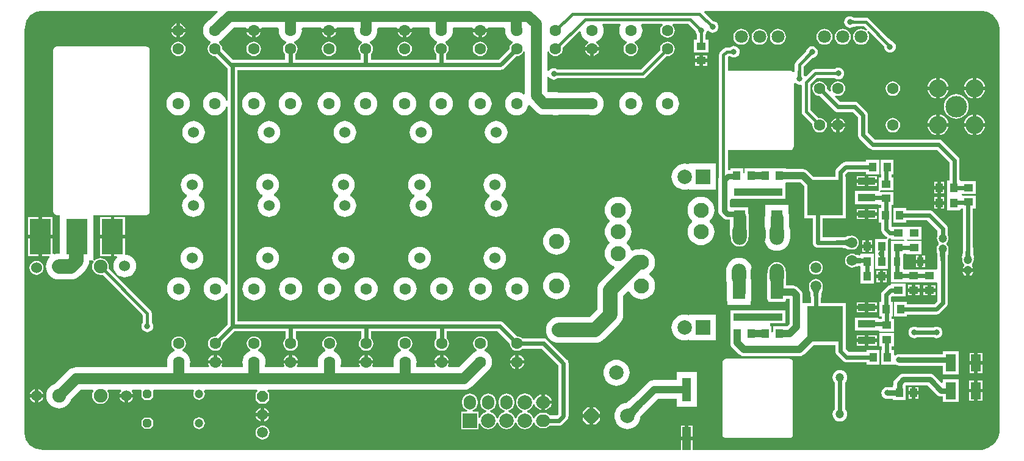
<source format=gtl>
G04*
G04 #@! TF.GenerationSoftware,Altium Limited,Altium Designer,21.2.1 (34)*
G04*
G04 Layer_Physical_Order=1*
G04 Layer_Color=255*
%FSLAX25Y25*%
%MOIN*%
G70*
G04*
G04 #@! TF.SameCoordinates,AD134648-67B5-4B84-B7A5-465A691CB966*
G04*
G04*
G04 #@! TF.FilePolarity,Positive*
G04*
G01*
G75*
%ADD17C,0.03150*%
%ADD45R,0.03937X0.04921*%
%ADD46R,0.05512X0.09449*%
%ADD47R,0.04921X0.03937*%
%ADD48R,0.11811X0.19685*%
%ADD49R,0.04724X0.12598*%
%ADD50R,0.03583X0.04803*%
%ADD51R,0.06299X0.03937*%
%ADD52R,0.09449X0.03937*%
%ADD53R,0.19685X0.19685*%
%ADD54C,0.01575*%
%ADD55C,0.02362*%
%ADD56C,0.05906*%
%ADD57C,0.07874*%
%ADD58C,0.03937*%
%ADD59C,0.07087*%
%ADD60R,0.07087X0.05020*%
%ADD61R,0.07087X0.04528*%
%ADD62C,0.06299*%
%ADD63R,0.07874X0.07874*%
%ADD64O,0.07874X0.06693*%
%ADD65O,0.06693X0.07874*%
%ADD66C,0.07874*%
%ADD67C,0.04724*%
%ADD68C,0.07480*%
%ADD69C,0.06000*%
%ADD70P,0.05114X8X22.5*%
%ADD71P,0.06392X8X292.5*%
%ADD72C,0.05906*%
%ADD73C,0.08268*%
%ADD74C,0.19685*%
%ADD75C,0.07087*%
%ADD76P,0.08523X8X22.5*%
%ADD77O,0.07874X0.11811*%
%ADD78C,0.09843*%
%ADD79C,0.11811*%
%ADD80C,0.03150*%
G36*
X263960Y232942D02*
X264528Y232155D01*
X264444Y231299D01*
X264565Y230064D01*
X264926Y228877D01*
X265511Y227783D01*
X266298Y226823D01*
X267257Y226036D01*
X268351Y225451D01*
X268459Y225419D01*
X268528Y225271D01*
X268579Y224559D01*
X267966Y224088D01*
X267335Y223266D01*
X266938Y222308D01*
X266803Y221281D01*
X266807Y221245D01*
X260842Y215280D01*
X232333D01*
Y218451D01*
X232361Y218473D01*
X232992Y219295D01*
X233389Y220253D01*
X233524Y221281D01*
X233389Y222308D01*
X232992Y223266D01*
X232361Y224088D01*
X231747Y224559D01*
X231798Y225271D01*
X231868Y225419D01*
X231975Y225451D01*
X233070Y226036D01*
X234029Y226823D01*
X234816Y227783D01*
X235401Y228877D01*
X235761Y230064D01*
X235883Y231299D01*
X235799Y232155D01*
X236367Y232942D01*
X236368Y232943D01*
X246453D01*
X246840Y232283D01*
X250774D01*
X254707D01*
X255094Y232943D01*
X263959D01*
X263960Y232942D01*
D02*
G37*
G36*
X140366Y232849D02*
X140867Y232155D01*
X140782Y231299D01*
X140904Y230064D01*
X141264Y228877D01*
X141849Y227783D01*
X142636Y226823D01*
X143596Y226036D01*
X144690Y225451D01*
X144797Y225419D01*
X144867Y225271D01*
X144918Y224559D01*
X144304Y224088D01*
X143673Y223266D01*
X143277Y222308D01*
X143141Y221281D01*
X143277Y220253D01*
X143673Y219295D01*
X144304Y218473D01*
X144333Y218451D01*
Y215280D01*
X115824D01*
X109858Y221245D01*
X109863Y221281D01*
X109727Y222308D01*
X109331Y223266D01*
X108700Y224088D01*
X108086Y224559D01*
X108137Y225271D01*
X108207Y225419D01*
X108314Y225451D01*
X109408Y226036D01*
X110368Y226823D01*
X111155Y227783D01*
X111156Y227785D01*
X116314Y232943D01*
X122792D01*
X123179Y232283D01*
X127112D01*
X131045D01*
X131432Y232943D01*
X140205D01*
X140366Y232849D01*
D02*
G37*
G36*
X182087Y232155D02*
X182003Y231299D01*
X182125Y230064D01*
X182485Y228877D01*
X183070Y227783D01*
X183857Y226823D01*
X184816Y226036D01*
X185910Y225451D01*
X186018Y225419D01*
X186087Y225271D01*
X186138Y224559D01*
X185525Y224088D01*
X184894Y223266D01*
X184497Y222308D01*
X184362Y221281D01*
X184497Y220253D01*
X184894Y219295D01*
X185525Y218473D01*
X185553Y218451D01*
Y215280D01*
X149892D01*
Y218451D01*
X149920Y218473D01*
X150551Y219295D01*
X150948Y220253D01*
X151083Y221281D01*
X150948Y222308D01*
X150551Y223266D01*
X149920Y224088D01*
X149306Y224559D01*
X149357Y225271D01*
X149427Y225419D01*
X149534Y225451D01*
X150629Y226036D01*
X151588Y226823D01*
X152375Y227783D01*
X152960Y228877D01*
X153320Y230064D01*
X153442Y231299D01*
X153358Y232155D01*
X153859Y232849D01*
X154019Y232943D01*
X164013D01*
X164399Y232283D01*
X168333D01*
X172266D01*
X172653Y232943D01*
X181518D01*
X182087Y232155D01*
D02*
G37*
G36*
X223308D02*
X223223Y231299D01*
X223345Y230064D01*
X223705Y228877D01*
X224290Y227783D01*
X225077Y226823D01*
X226037Y226036D01*
X227131Y225451D01*
X227238Y225419D01*
X227308Y225271D01*
X227359Y224559D01*
X226745Y224088D01*
X226114Y223266D01*
X225717Y222308D01*
X225582Y221281D01*
X225717Y220253D01*
X226114Y219295D01*
X226745Y218473D01*
X226773Y218451D01*
Y215280D01*
X191112D01*
Y218451D01*
X191141Y218473D01*
X191772Y219295D01*
X192168Y220253D01*
X192304Y221281D01*
X192168Y222308D01*
X191772Y223266D01*
X191141Y224088D01*
X190527Y224559D01*
X190578Y225271D01*
X190648Y225419D01*
X190755Y225451D01*
X191849Y226036D01*
X192808Y226823D01*
X193596Y227783D01*
X194181Y228877D01*
X194541Y230064D01*
X194662Y231299D01*
X194578Y232155D01*
X195146Y232942D01*
X195148Y232943D01*
X205233D01*
X205620Y232283D01*
X209553D01*
X213486D01*
X213873Y232943D01*
X222739D01*
X223308Y232155D01*
D02*
G37*
G36*
X525095Y241972D02*
X526820Y241558D01*
X528459Y240879D01*
X529971Y239952D01*
X531320Y238800D01*
X532472Y237451D01*
X533398Y235939D01*
X534077Y234300D01*
X534491Y232575D01*
X534624Y230891D01*
X534607Y230807D01*
X534607Y13287D01*
X534624Y13203D01*
X534491Y11519D01*
X534077Y9794D01*
X533398Y8156D01*
X532472Y6643D01*
X531320Y5294D01*
X529971Y4143D01*
X528459Y3216D01*
X526820Y2537D01*
X525095Y2123D01*
X524099Y2044D01*
X523327Y2007D01*
X522540Y2007D01*
X366831Y2007D01*
Y7280D01*
X360531D01*
Y2007D01*
X13287Y2007D01*
X13203Y1990D01*
X11519Y2123D01*
X9794Y2537D01*
X8156Y3216D01*
X6643Y4143D01*
X5294Y5294D01*
X4143Y6643D01*
X3216Y8156D01*
X2537Y9794D01*
X2123Y11519D01*
X1990Y13203D01*
X2007Y13287D01*
X2007Y132382D01*
Y230020D01*
X2007Y230031D01*
X2007Y230807D01*
X2044Y231579D01*
X2123Y232575D01*
X2537Y234300D01*
X3216Y235939D01*
X4143Y237451D01*
X5294Y238800D01*
X6643Y239952D01*
X8156Y240879D01*
X9794Y241558D01*
X11519Y241972D01*
X13203Y242104D01*
X13287Y242087D01*
X81595Y242087D01*
X107086D01*
X107387Y241360D01*
X102836Y236808D01*
X102375Y236562D01*
X101416Y235775D01*
X100629Y234816D01*
X100044Y233721D01*
X99684Y232534D01*
X99562Y231299D01*
X99684Y230064D01*
X100044Y228877D01*
X100629Y227783D01*
X101416Y226823D01*
X102375Y226036D01*
X103470Y225451D01*
X103577Y225419D01*
X103647Y225271D01*
X103698Y224559D01*
X103084Y224088D01*
X102453Y223266D01*
X102056Y222308D01*
X101921Y221281D01*
X102056Y220253D01*
X102453Y219295D01*
X103084Y218473D01*
X103906Y217842D01*
X104864Y217445D01*
X105892Y217309D01*
X105927Y217314D01*
X112751Y210490D01*
Y193099D01*
X111964Y192982D01*
X111740Y193721D01*
X111155Y194816D01*
X110368Y195775D01*
X109408Y196562D01*
X108314Y197147D01*
X107127Y197507D01*
X105892Y197629D01*
X104657Y197507D01*
X103470Y197147D01*
X102375Y196562D01*
X101416Y195775D01*
X100629Y194816D01*
X100044Y193721D01*
X99684Y192534D01*
X99562Y191299D01*
X99684Y190064D01*
X100044Y188877D01*
X100629Y187783D01*
X101416Y186823D01*
X102375Y186036D01*
X103470Y185451D01*
X104657Y185091D01*
X105892Y184969D01*
X107127Y185091D01*
X108314Y185451D01*
X109408Y186036D01*
X110368Y186823D01*
X111155Y187783D01*
X111740Y188877D01*
X111964Y189616D01*
X112751Y189499D01*
Y92568D01*
X111964Y92451D01*
X111936Y92541D01*
X111352Y93636D01*
X110564Y94595D01*
X109605Y95382D01*
X108511Y95967D01*
X107324Y96327D01*
X106089Y96449D01*
X104854Y96327D01*
X103666Y95967D01*
X102572Y95382D01*
X101613Y94595D01*
X100826Y93636D01*
X100241Y92541D01*
X99880Y91354D01*
X99759Y90119D01*
X99880Y88884D01*
X100241Y87697D01*
X100826Y86602D01*
X101613Y85643D01*
X102572Y84856D01*
X103666Y84271D01*
X104854Y83911D01*
X106089Y83789D01*
X107324Y83911D01*
X108511Y84271D01*
X109605Y84856D01*
X110564Y85643D01*
X111352Y86602D01*
X111936Y87697D01*
X111964Y87787D01*
X112751Y87670D01*
Y70732D01*
X106124Y64104D01*
X106089Y64109D01*
X105061Y63973D01*
X104103Y63577D01*
X103281Y62946D01*
X102650Y62123D01*
X102253Y61166D01*
X102118Y60138D01*
X102253Y59110D01*
X102650Y58152D01*
X103281Y57330D01*
X104103Y56699D01*
X105061Y56302D01*
X106089Y56167D01*
X107116Y56302D01*
X108074Y56699D01*
X108897Y57330D01*
X109528Y58152D01*
X109924Y59110D01*
X110060Y60138D01*
X110055Y60173D01*
X116682Y66800D01*
X144529D01*
Y62967D01*
X144501Y62946D01*
X143870Y62123D01*
X143473Y61166D01*
X143338Y60138D01*
X143473Y59110D01*
X143870Y58152D01*
X144501Y57330D01*
X145324Y56699D01*
X146281Y56302D01*
X147309Y56167D01*
X148337Y56302D01*
X149295Y56699D01*
X150117Y57330D01*
X150748Y58152D01*
X151145Y59110D01*
X151280Y60138D01*
X151145Y61166D01*
X150748Y62123D01*
X150117Y62946D01*
X150089Y62967D01*
Y66800D01*
X185750D01*
Y62967D01*
X185722Y62946D01*
X185091Y62123D01*
X184694Y61166D01*
X184558Y60138D01*
X184694Y59110D01*
X185091Y58152D01*
X185722Y57330D01*
X186544Y56699D01*
X187502Y56302D01*
X188530Y56167D01*
X189557Y56302D01*
X190515Y56699D01*
X191337Y57330D01*
X191969Y58152D01*
X192365Y59110D01*
X192500Y60138D01*
X192365Y61166D01*
X191969Y62123D01*
X191337Y62946D01*
X191309Y62967D01*
Y66800D01*
X226970D01*
Y62967D01*
X226942Y62946D01*
X226311Y62123D01*
X225914Y61166D01*
X225779Y60138D01*
X225914Y59110D01*
X226311Y58152D01*
X226942Y57330D01*
X227765Y56699D01*
X228722Y56302D01*
X229750Y56167D01*
X230778Y56302D01*
X231735Y56699D01*
X232558Y57330D01*
X233189Y58152D01*
X233586Y59110D01*
X233721Y60138D01*
X233586Y61166D01*
X233189Y62123D01*
X232558Y62946D01*
X232530Y62967D01*
Y66800D01*
X260377D01*
X267004Y60173D01*
X266999Y60138D01*
X267135Y59110D01*
X267531Y58152D01*
X268162Y57330D01*
X268985Y56699D01*
X269943Y56302D01*
X270970Y56167D01*
X271998Y56302D01*
X272956Y56699D01*
X273778Y57330D01*
X273800Y57358D01*
X284478D01*
X293579Y48258D01*
Y21722D01*
X292746Y20890D01*
X288885D01*
X288755Y21058D01*
X287892Y21721D01*
X286886Y22138D01*
X285807Y22280D01*
X284626D01*
X283547Y22138D01*
X282541Y21721D01*
X281678Y21058D01*
X281015Y20195D01*
X280625Y19254D01*
X280557Y19227D01*
X279819Y19344D01*
X279343Y20493D01*
X278586Y21480D01*
X277599Y22237D01*
X276450Y22713D01*
X276449Y22713D01*
Y23507D01*
X276450Y23507D01*
X277599Y23983D01*
X278586Y24741D01*
X279343Y25728D01*
X279819Y26877D01*
X280557Y26994D01*
X280625Y26966D01*
X281015Y26026D01*
X281678Y25162D01*
X282541Y24499D01*
X283547Y24083D01*
X284232Y23992D01*
Y28110D01*
Y32228D01*
X283547Y32138D01*
X282541Y31721D01*
X281678Y31058D01*
X281015Y30195D01*
X280625Y29254D01*
X280557Y29227D01*
X279819Y29344D01*
X279343Y30493D01*
X278586Y31480D01*
X277599Y32237D01*
X276450Y32713D01*
X275217Y32875D01*
X273983Y32713D01*
X272834Y32237D01*
X271847Y31480D01*
X271090Y30493D01*
X270614Y29344D01*
X270451Y28110D01*
X270614Y26877D01*
X271090Y25728D01*
X271847Y24741D01*
X272834Y23983D01*
X273983Y23507D01*
X273984Y23507D01*
Y22713D01*
X273983Y22713D01*
X272834Y22237D01*
X271847Y21480D01*
X271090Y20493D01*
X270614Y19344D01*
X270614Y19343D01*
X269819D01*
X269819Y19344D01*
X269343Y20493D01*
X268586Y21480D01*
X267599Y22237D01*
X266450Y22713D01*
X266333Y23451D01*
X266360Y23519D01*
X267301Y23909D01*
X268165Y24571D01*
X268827Y25435D01*
X269244Y26441D01*
X269386Y27520D01*
Y28701D01*
X269244Y29780D01*
X268827Y30786D01*
X268165Y31649D01*
X267301Y32312D01*
X266296Y32728D01*
X265216Y32870D01*
X264137Y32728D01*
X263132Y32312D01*
X262268Y31649D01*
X261606Y30786D01*
X261189Y29780D01*
X261047Y28701D01*
Y27520D01*
X261189Y26441D01*
X261606Y25435D01*
X262268Y24571D01*
X263132Y23909D01*
X264073Y23519D01*
X264100Y23451D01*
X263983Y22713D01*
X262834Y22237D01*
X261847Y21480D01*
X261090Y20493D01*
X260614Y19344D01*
X260614Y19343D01*
X259819D01*
X259819Y19344D01*
X259343Y20493D01*
X258586Y21480D01*
X257599Y22237D01*
X256450Y22713D01*
X256333Y23451D01*
X256360Y23519D01*
X257301Y23909D01*
X258165Y24571D01*
X258827Y25435D01*
X259244Y26441D01*
X259386Y27520D01*
Y28701D01*
X259244Y29780D01*
X258827Y30786D01*
X258165Y31649D01*
X257301Y32312D01*
X256296Y32728D01*
X255217Y32870D01*
X254137Y32728D01*
X253132Y32312D01*
X252268Y31649D01*
X251606Y30786D01*
X251189Y29780D01*
X251047Y28701D01*
Y27520D01*
X251189Y26441D01*
X251606Y25435D01*
X252268Y24571D01*
X253132Y23909D01*
X254073Y23519D01*
X254100Y23451D01*
X253983Y22713D01*
X252834Y22237D01*
X251847Y21480D01*
X251090Y20493D01*
X250728Y19620D01*
X249941Y19777D01*
Y22835D01*
X246766D01*
X246609Y23622D01*
X247301Y23909D01*
X248165Y24571D01*
X248827Y25435D01*
X249244Y26441D01*
X249386Y27520D01*
Y28701D01*
X249244Y29780D01*
X248827Y30786D01*
X248165Y31649D01*
X247301Y32312D01*
X246296Y32728D01*
X245216Y32870D01*
X244137Y32728D01*
X243132Y32312D01*
X242268Y31649D01*
X241606Y30786D01*
X241189Y29780D01*
X241047Y28701D01*
Y27520D01*
X241189Y26441D01*
X241606Y25435D01*
X242268Y24571D01*
X243132Y23909D01*
X243824Y23622D01*
X243667Y22835D01*
X240492D01*
Y13386D01*
X249941D01*
Y16444D01*
X250728Y16600D01*
X251090Y15728D01*
X251847Y14741D01*
X252834Y13984D01*
X253983Y13507D01*
X255217Y13345D01*
X256450Y13507D01*
X257599Y13984D01*
X258586Y14741D01*
X259343Y15728D01*
X259819Y16877D01*
X259819Y16878D01*
X260614D01*
X260614Y16877D01*
X261090Y15728D01*
X261847Y14741D01*
X262834Y13984D01*
X263983Y13507D01*
X265216Y13345D01*
X266450Y13507D01*
X267599Y13984D01*
X268586Y14741D01*
X269343Y15728D01*
X269819Y16877D01*
X269819Y16878D01*
X270614D01*
X270614Y16877D01*
X271090Y15728D01*
X271847Y14741D01*
X272834Y13984D01*
X273983Y13507D01*
X275217Y13345D01*
X276450Y13507D01*
X277599Y13984D01*
X278586Y14741D01*
X279343Y15728D01*
X279819Y16877D01*
X280557Y16994D01*
X280625Y16966D01*
X281015Y16025D01*
X281678Y15162D01*
X282541Y14499D01*
X283547Y14083D01*
X284626Y13941D01*
X285807D01*
X286886Y14083D01*
X287892Y14499D01*
X288755Y15162D01*
X288885Y15331D01*
X293898D01*
X294617Y15425D01*
X295287Y15703D01*
X295863Y16145D01*
X298324Y18605D01*
X298765Y19181D01*
X299043Y19851D01*
X299138Y20571D01*
Y49409D01*
X299043Y50129D01*
X298765Y50799D01*
X298324Y51375D01*
X287595Y62103D01*
X287020Y62545D01*
X286349Y62823D01*
X285630Y62918D01*
X273800D01*
X273778Y62946D01*
X272956Y63577D01*
X271998Y63973D01*
X270970Y64109D01*
X270935Y64104D01*
X263493Y71546D01*
X262918Y71987D01*
X262247Y72265D01*
X261528Y72360D01*
X118311D01*
Y209720D01*
X261993D01*
X262713Y209815D01*
X263383Y210093D01*
X263959Y210535D01*
X270738Y217314D01*
X270774Y217309D01*
X271801Y217445D01*
X272759Y217842D01*
X273582Y218473D01*
X274213Y219295D01*
X274478Y219937D01*
X275266Y219780D01*
Y196780D01*
X274478Y196408D01*
X274290Y196562D01*
X273196Y197147D01*
X272008Y197507D01*
X270774Y197629D01*
X269539Y197507D01*
X268351Y197147D01*
X267257Y196562D01*
X266298Y195775D01*
X265511Y194816D01*
X264926Y193721D01*
X264565Y192534D01*
X264444Y191299D01*
X264565Y190064D01*
X264926Y188877D01*
X265511Y187783D01*
X266298Y186823D01*
X267257Y186036D01*
X268351Y185451D01*
X269539Y185091D01*
X270774Y184969D01*
X272008Y185091D01*
X273196Y185451D01*
X274290Y186036D01*
X275249Y186823D01*
X276037Y187783D01*
X276621Y188877D01*
X276982Y190064D01*
X276995Y190197D01*
X277736Y190462D01*
X281160Y187039D01*
X282089Y186276D01*
X283149Y185709D01*
X284299Y185360D01*
X285496Y185243D01*
X290234D01*
X290734Y185091D01*
X291969Y184969D01*
X293203Y185091D01*
X293455Y185167D01*
X310483D01*
X310734Y185091D01*
X311969Y184969D01*
X313203Y185091D01*
X314391Y185451D01*
X315485Y186036D01*
X316444Y186823D01*
X317231Y187783D01*
X317816Y188877D01*
X318177Y190064D01*
X318298Y191299D01*
X318177Y192534D01*
X317816Y193721D01*
X317231Y194816D01*
X316444Y195775D01*
X315485Y196562D01*
X314391Y197147D01*
X313203Y197507D01*
X311969Y197629D01*
X310734Y197507D01*
X310483Y197431D01*
X293455D01*
X293203Y197507D01*
X291969Y197629D01*
X290734Y197507D01*
X290731Y197506D01*
X288035D01*
X287529Y198012D01*
Y205847D01*
X288284Y206017D01*
X288317Y206013D01*
X288814Y205365D01*
X289472Y204860D01*
X290238Y204543D01*
X291060Y204434D01*
X291882Y204543D01*
X292649Y204860D01*
X293149Y205244D01*
X339492D01*
X340414Y205428D01*
X341195Y205950D01*
X352621Y217375D01*
X353120Y217310D01*
X354148Y217445D01*
X355105Y217842D01*
X355928Y218473D01*
X356559Y219295D01*
X356956Y220253D01*
X357091Y221281D01*
X356956Y222308D01*
X356559Y223266D01*
X355928Y224089D01*
X355105Y224720D01*
X354148Y225116D01*
X353120Y225252D01*
X352092Y225116D01*
X351134Y224720D01*
X350312Y224089D01*
X349681Y223266D01*
X349284Y222308D01*
X349149Y221281D01*
X349215Y220781D01*
X338494Y210061D01*
X293041D01*
X292649Y210362D01*
X291882Y210680D01*
X291060Y210788D01*
X290238Y210680D01*
X289472Y210362D01*
X288814Y209858D01*
X288317Y209210D01*
X288284Y209205D01*
X287529Y209375D01*
Y219652D01*
X288317Y219808D01*
X288530Y219295D01*
X289161Y218473D01*
X289983Y217842D01*
X290941Y217445D01*
X291969Y217309D01*
X292996Y217445D01*
X293954Y217842D01*
X294777Y218473D01*
X295408Y219295D01*
X295804Y220253D01*
X295939Y221281D01*
X295874Y221780D01*
X304897Y230802D01*
X305717Y230509D01*
X305761Y230064D01*
X306121Y228877D01*
X306706Y227783D01*
X307493Y226823D01*
X308452Y226036D01*
X309546Y225451D01*
X309654Y225419D01*
X309723Y225271D01*
X309774Y224559D01*
X309161Y224088D01*
X308530Y223266D01*
X308133Y222308D01*
X308127Y222265D01*
X311969D01*
X315810D01*
X315804Y222308D01*
X315407Y223266D01*
X314776Y224088D01*
X314163Y224559D01*
X314214Y225271D01*
X314283Y225419D01*
X314391Y225451D01*
X315485Y226036D01*
X316444Y226823D01*
X317231Y227783D01*
X317816Y228877D01*
X318177Y230064D01*
X318298Y231299D01*
X318177Y232534D01*
X317816Y233721D01*
X317558Y234206D01*
X318029Y234993D01*
X327059D01*
X327531Y234206D01*
X327272Y233721D01*
X326912Y232534D01*
X326790Y231299D01*
X326912Y230064D01*
X327272Y228877D01*
X327857Y227783D01*
X328644Y226823D01*
X329603Y226036D01*
X330698Y225451D01*
X330805Y225419D01*
X330875Y225271D01*
X330926Y224559D01*
X330312Y224089D01*
X329681Y223266D01*
X329284Y222308D01*
X329149Y221281D01*
X329284Y220253D01*
X329681Y219295D01*
X330312Y218473D01*
X331134Y217842D01*
X332092Y217445D01*
X333120Y217310D01*
X334148Y217445D01*
X335105Y217842D01*
X335928Y218473D01*
X336559Y219295D01*
X336956Y220253D01*
X337091Y221281D01*
X336956Y222308D01*
X336559Y223266D01*
X335928Y224089D01*
X335314Y224559D01*
X335365Y225271D01*
X335435Y225419D01*
X335542Y225451D01*
X336636Y226036D01*
X337596Y226823D01*
X338383Y227783D01*
X338968Y228877D01*
X339328Y230064D01*
X339450Y231299D01*
X339328Y232534D01*
X338968Y233721D01*
X338709Y234206D01*
X339181Y234993D01*
X350173D01*
X350440Y234206D01*
X350312Y234107D01*
X349681Y233285D01*
X349284Y232327D01*
X349149Y231299D01*
X349284Y230272D01*
X349681Y229314D01*
X350312Y228491D01*
X351134Y227860D01*
X352092Y227464D01*
X353120Y227328D01*
X354148Y227464D01*
X355105Y227860D01*
X355928Y228491D01*
X356559Y229314D01*
X356956Y230272D01*
X357091Y231299D01*
X356956Y232327D01*
X356559Y233285D01*
X355928Y234107D01*
X355799Y234206D01*
X356067Y234993D01*
X364467D01*
X368425Y231035D01*
X368498Y230477D01*
X368816Y229711D01*
X369159Y229264D01*
Y226266D01*
X367543D01*
Y219179D01*
X375614D01*
Y226266D01*
X373975D01*
Y229264D01*
X374318Y229711D01*
X374636Y230477D01*
X374694Y230922D01*
X375517Y231142D01*
X375584Y231055D01*
X376242Y230551D01*
X377008Y230233D01*
X377830Y230125D01*
X378653Y230233D01*
X379419Y230551D01*
X380077Y231055D01*
X380582Y231713D01*
X380899Y232480D01*
X381007Y233302D01*
X380899Y234124D01*
X380582Y234890D01*
X380077Y235548D01*
X379419Y236053D01*
X378653Y236370D01*
X378095Y236444D01*
X373178Y241360D01*
X373480Y242087D01*
X523327Y242087D01*
X523411Y242104D01*
X525095Y241972D01*
D02*
G37*
%LPC*%
G36*
X254615Y230315D02*
X251758D01*
Y227458D01*
X251801Y227464D01*
X252759Y227860D01*
X253582Y228491D01*
X254212Y229314D01*
X254609Y230272D01*
X254615Y230315D01*
D02*
G37*
G36*
X249789D02*
X246932D01*
X246938Y230272D01*
X247335Y229314D01*
X247966Y228491D01*
X248788Y227860D01*
X249746Y227464D01*
X249789Y227458D01*
Y230315D01*
D02*
G37*
G36*
X250774Y225252D02*
X249746Y225116D01*
X248788Y224720D01*
X247966Y224088D01*
X247335Y223266D01*
X246938Y222308D01*
X246803Y221281D01*
X246938Y220253D01*
X247335Y219295D01*
X247966Y218473D01*
X248788Y217842D01*
X249746Y217445D01*
X250774Y217309D01*
X251801Y217445D01*
X252759Y217842D01*
X253582Y218473D01*
X254212Y219295D01*
X254609Y220253D01*
X254745Y221281D01*
X254609Y222308D01*
X254212Y223266D01*
X253582Y224088D01*
X252759Y224720D01*
X251801Y225116D01*
X250774Y225252D01*
D02*
G37*
G36*
X130954Y230315D02*
X128096D01*
Y227458D01*
X128140Y227464D01*
X129098Y227860D01*
X129920Y228491D01*
X130551Y229314D01*
X130948Y230272D01*
X130954Y230315D01*
D02*
G37*
G36*
X126128D02*
X123271D01*
X123277Y230272D01*
X123673Y229314D01*
X124304Y228491D01*
X125127Y227860D01*
X126084Y227464D01*
X126128Y227458D01*
Y230315D01*
D02*
G37*
G36*
X127112Y225252D02*
X126084Y225116D01*
X125127Y224720D01*
X124304Y224088D01*
X123673Y223266D01*
X123277Y222308D01*
X123141Y221281D01*
X123277Y220253D01*
X123673Y219295D01*
X124304Y218473D01*
X125127Y217842D01*
X126084Y217445D01*
X127112Y217309D01*
X128140Y217445D01*
X129098Y217842D01*
X129920Y218473D01*
X130551Y219295D01*
X130948Y220253D01*
X131083Y221281D01*
X130948Y222308D01*
X130551Y223266D01*
X129920Y224088D01*
X129098Y224720D01*
X128140Y225116D01*
X127112Y225252D01*
D02*
G37*
G36*
X172174Y230315D02*
X169317D01*
Y227458D01*
X169360Y227464D01*
X170318Y227860D01*
X171141Y228491D01*
X171772Y229314D01*
X172168Y230272D01*
X172174Y230315D01*
D02*
G37*
G36*
X167349D02*
X164491D01*
X164497Y230272D01*
X164894Y229314D01*
X165525Y228491D01*
X166347Y227860D01*
X167305Y227464D01*
X167349Y227458D01*
Y230315D01*
D02*
G37*
G36*
X168333Y225252D02*
X167305Y225116D01*
X166347Y224720D01*
X165525Y224088D01*
X164894Y223266D01*
X164497Y222308D01*
X164362Y221281D01*
X164497Y220253D01*
X164894Y219295D01*
X165525Y218473D01*
X166347Y217842D01*
X167305Y217445D01*
X168333Y217309D01*
X169360Y217445D01*
X170318Y217842D01*
X171141Y218473D01*
X171772Y219295D01*
X172168Y220253D01*
X172304Y221281D01*
X172168Y222308D01*
X171772Y223266D01*
X171141Y224088D01*
X170318Y224720D01*
X169360Y225116D01*
X168333Y225252D01*
D02*
G37*
G36*
X213394Y230315D02*
X210537D01*
Y227458D01*
X210581Y227464D01*
X211539Y227860D01*
X212361Y228491D01*
X212992Y229314D01*
X213389Y230272D01*
X213394Y230315D01*
D02*
G37*
G36*
X208569D02*
X205712D01*
X205717Y230272D01*
X206114Y229314D01*
X206745Y228491D01*
X207568Y227860D01*
X208525Y227464D01*
X208569Y227458D01*
Y230315D01*
D02*
G37*
G36*
X209553Y225252D02*
X208525Y225116D01*
X207568Y224720D01*
X206745Y224088D01*
X206114Y223266D01*
X205717Y222308D01*
X205582Y221281D01*
X205717Y220253D01*
X206114Y219295D01*
X206745Y218473D01*
X207568Y217842D01*
X208525Y217445D01*
X209553Y217309D01*
X210581Y217445D01*
X211539Y217842D01*
X212361Y218473D01*
X212992Y219295D01*
X213389Y220253D01*
X213524Y221281D01*
X213389Y222308D01*
X212992Y223266D01*
X212361Y224088D01*
X211539Y224720D01*
X210581Y225116D01*
X209553Y225252D01*
D02*
G37*
G36*
X86876Y235141D02*
Y232283D01*
X89733D01*
X89727Y232327D01*
X89331Y233285D01*
X88700Y234107D01*
X87877Y234738D01*
X86919Y235135D01*
X86876Y235141D01*
D02*
G37*
G36*
X84908Y235141D02*
X84864Y235135D01*
X83906Y234738D01*
X83084Y234107D01*
X82453Y233285D01*
X82056Y232327D01*
X82050Y232283D01*
X84908D01*
Y235141D01*
D02*
G37*
G36*
X452854Y239102D02*
X452032Y238994D01*
X451266Y238676D01*
X450608Y238172D01*
X450103Y237514D01*
X449786Y236747D01*
X449678Y235925D01*
X449786Y235103D01*
X450103Y234337D01*
X450608Y233679D01*
X451266Y233174D01*
X452032Y232857D01*
X452854Y232748D01*
X453677Y232857D01*
X454443Y233174D01*
X454730Y233395D01*
X456638Y233517D01*
X460420D01*
X462114Y231822D01*
X461594Y231229D01*
X461062Y231637D01*
X460008Y232073D01*
X458878Y232222D01*
X457747Y232073D01*
X456694Y231637D01*
X455789Y230943D01*
X455095Y230038D01*
X454659Y228985D01*
X454510Y227854D01*
X454659Y226724D01*
X455095Y225670D01*
X455789Y224766D01*
X456694Y224071D01*
X457747Y223635D01*
X458878Y223486D01*
X460008Y223635D01*
X461062Y224071D01*
X461967Y224766D01*
X462661Y225670D01*
X463097Y226724D01*
X463246Y227854D01*
X463097Y228985D01*
X462661Y230038D01*
X462253Y230570D01*
X462846Y231090D01*
X470399Y223537D01*
X470925Y222990D01*
X471385Y222459D01*
X471524Y222281D01*
X471555Y222236D01*
X471636Y221619D01*
X471953Y220853D01*
X472458Y220195D01*
X473116Y219690D01*
X473882Y219372D01*
X474705Y219264D01*
X475527Y219372D01*
X476293Y219690D01*
X476951Y220195D01*
X477456Y220853D01*
X477773Y221619D01*
X477881Y222441D01*
X477773Y223263D01*
X477456Y224029D01*
X476951Y224687D01*
X476293Y225192D01*
X475527Y225510D01*
X475410Y225525D01*
X473903Y226846D01*
X463120Y237628D01*
X462339Y238150D01*
X461417Y238334D01*
X456434D01*
X455448Y238366D01*
X454871Y238420D01*
X454752Y238439D01*
X454443Y238676D01*
X453677Y238994D01*
X452854Y239102D01*
D02*
G37*
G36*
X89733Y230315D02*
X86876D01*
Y227458D01*
X86919Y227464D01*
X87877Y227860D01*
X88700Y228491D01*
X89331Y229314D01*
X89727Y230272D01*
X89733Y230315D01*
D02*
G37*
G36*
X84908D02*
X82050D01*
X82056Y230272D01*
X82453Y229314D01*
X83084Y228491D01*
X83906Y227860D01*
X84864Y227464D01*
X84908Y227458D01*
Y230315D01*
D02*
G37*
G36*
X413480Y232222D02*
X412350Y232074D01*
X411296Y231637D01*
X410392Y230943D01*
X409697Y230038D01*
X409261Y228985D01*
X409112Y227854D01*
X409261Y226724D01*
X409697Y225670D01*
X410392Y224766D01*
X411296Y224072D01*
X412350Y223635D01*
X413480Y223486D01*
X414611Y223635D01*
X415664Y224072D01*
X416569Y224766D01*
X417263Y225670D01*
X417699Y226724D01*
X417848Y227854D01*
X417699Y228985D01*
X417263Y230038D01*
X416569Y230943D01*
X415664Y231637D01*
X414611Y232074D01*
X413480Y232222D01*
D02*
G37*
G36*
X403480D02*
X402350Y232074D01*
X401296Y231637D01*
X400392Y230943D01*
X399697Y230038D01*
X399261Y228985D01*
X399112Y227854D01*
X399261Y226724D01*
X399697Y225670D01*
X400392Y224766D01*
X401296Y224072D01*
X402350Y223635D01*
X403480Y223486D01*
X404611Y223635D01*
X405664Y224072D01*
X406569Y224766D01*
X407263Y225670D01*
X407699Y226724D01*
X407848Y227854D01*
X407699Y228985D01*
X407263Y230038D01*
X406569Y230943D01*
X405664Y231637D01*
X404611Y232074D01*
X403480Y232222D01*
D02*
G37*
G36*
X393480D02*
X392350Y232074D01*
X391296Y231637D01*
X390392Y230943D01*
X389698Y230038D01*
X389261Y228985D01*
X389112Y227854D01*
X389261Y226724D01*
X389698Y225670D01*
X390392Y224766D01*
X391296Y224072D01*
X392350Y223635D01*
X393480Y223486D01*
X394611Y223635D01*
X395664Y224072D01*
X396569Y224766D01*
X397263Y225670D01*
X397699Y226724D01*
X397848Y227854D01*
X397699Y228985D01*
X397263Y230038D01*
X396569Y230943D01*
X395664Y231637D01*
X394611Y232074D01*
X393480Y232222D01*
D02*
G37*
G36*
X448878Y232222D02*
X447747Y232073D01*
X446694Y231637D01*
X445789Y230943D01*
X445095Y230038D01*
X444659Y228985D01*
X444510Y227854D01*
X444659Y226724D01*
X445095Y225670D01*
X445789Y224766D01*
X446694Y224071D01*
X447747Y223635D01*
X448878Y223486D01*
X450008Y223635D01*
X451062Y224071D01*
X451967Y224766D01*
X452661Y225670D01*
X453097Y226724D01*
X453246Y227854D01*
X453097Y228985D01*
X452661Y230038D01*
X451967Y230943D01*
X451062Y231637D01*
X450008Y232073D01*
X448878Y232222D01*
D02*
G37*
G36*
X438878D02*
X437747Y232073D01*
X436694Y231637D01*
X435789Y230943D01*
X435095Y230038D01*
X434659Y228985D01*
X434510Y227854D01*
X434659Y226724D01*
X435095Y225670D01*
X435789Y224766D01*
X436694Y224071D01*
X437747Y223635D01*
X438878Y223486D01*
X440008Y223635D01*
X441062Y224071D01*
X441967Y224766D01*
X442661Y225670D01*
X443097Y226724D01*
X443246Y227854D01*
X443097Y228985D01*
X442661Y230038D01*
X441967Y230943D01*
X441062Y231637D01*
X440008Y232073D01*
X438878Y232222D01*
D02*
G37*
G36*
X315810Y220296D02*
X312953D01*
Y217439D01*
X312996Y217445D01*
X313954Y217842D01*
X314776Y218473D01*
X315407Y219295D01*
X315804Y220253D01*
X315810Y220296D01*
D02*
G37*
G36*
X310984D02*
X308127D01*
X308133Y220253D01*
X308530Y219295D01*
X309161Y218473D01*
X309983Y217842D01*
X310941Y217445D01*
X310984Y217439D01*
Y220296D01*
D02*
G37*
G36*
X85892Y225252D02*
X84864Y225116D01*
X83906Y224720D01*
X83084Y224088D01*
X82453Y223266D01*
X82056Y222308D01*
X81921Y221281D01*
X82056Y220253D01*
X82453Y219295D01*
X83084Y218473D01*
X83906Y217842D01*
X84864Y217445D01*
X85892Y217309D01*
X86919Y217445D01*
X87877Y217842D01*
X88700Y218473D01*
X89331Y219295D01*
X89727Y220253D01*
X89863Y221281D01*
X89727Y222308D01*
X89331Y223266D01*
X88700Y224088D01*
X87877Y224720D01*
X86919Y225116D01*
X85892Y225252D01*
D02*
G37*
G36*
X374826Y217604D02*
X372562D01*
Y215833D01*
X374826D01*
Y217604D01*
D02*
G37*
G36*
X370594D02*
X368330D01*
Y215833D01*
X370594D01*
Y217604D01*
D02*
G37*
G36*
X374826Y213864D02*
X372562D01*
Y212092D01*
X374826D01*
Y213864D01*
D02*
G37*
G36*
X370594D02*
X368330D01*
Y212092D01*
X370594D01*
Y213864D01*
D02*
G37*
G36*
X389370Y222862D02*
X388548Y222754D01*
X387782Y222436D01*
X387236Y222018D01*
X386151Y221995D01*
X385433D01*
X384511Y221812D01*
X383730Y221290D01*
X381958Y219518D01*
X381436Y218737D01*
X381253Y217815D01*
Y151072D01*
X380987Y150428D01*
X380878Y149606D01*
Y145177D01*
Y132776D01*
X380987Y131953D01*
X381304Y131187D01*
X381809Y130529D01*
X383580Y128758D01*
X384238Y128253D01*
X385005Y127935D01*
X385827Y127827D01*
X387357D01*
Y119894D01*
X387533Y118558D01*
X387743Y118052D01*
Y117913D01*
X387905Y116680D01*
X388381Y115531D01*
X389138Y114544D01*
X390125Y113787D01*
X391274Y113311D01*
X392508Y113148D01*
X393741Y113311D01*
X394890Y113787D01*
X395877Y114544D01*
X396635Y115531D01*
X397111Y116680D01*
X397273Y117913D01*
Y117995D01*
X397506Y118558D01*
X397682Y119894D01*
Y129232D01*
X397506Y130568D01*
X397244Y131201D01*
Y134547D01*
X387795D01*
X387232Y135088D01*
Y138731D01*
X387795Y139272D01*
X388019Y139272D01*
X392287D01*
X392520Y139241D01*
X412776D01*
X413008Y139272D01*
X417500D01*
Y146358D01*
Y147933D01*
X417815D01*
Y148395D01*
X425685D01*
X427756Y146324D01*
Y128543D01*
X432456D01*
Y115354D01*
X432551Y114635D01*
X432829Y113964D01*
X433271Y113389D01*
X433846Y112947D01*
X434517Y112669D01*
X435236Y112575D01*
X445278D01*
X445312Y112568D01*
X446368Y112559D01*
X448171Y112491D01*
X449564Y112358D01*
X450065Y112277D01*
X450453Y112189D01*
X450697Y112111D01*
X450767Y112077D01*
X450856Y112009D01*
X451042Y111919D01*
X451214Y111804D01*
X451321Y111783D01*
X451419Y111735D01*
X451626Y111722D01*
X451828Y111682D01*
X451935Y111703D01*
X452045Y111696D01*
X452240Y111764D01*
X452443Y111804D01*
X452534Y111865D01*
X452563Y111875D01*
X452961Y111711D01*
X453937Y111582D01*
X454913Y111711D01*
X455823Y112087D01*
X456604Y112687D01*
X457204Y113468D01*
X457581Y114378D01*
X457709Y115354D01*
X457581Y116331D01*
X457204Y117241D01*
X456604Y118022D01*
X455823Y118621D01*
X454913Y118998D01*
X453937Y119127D01*
X452961Y118998D01*
X452563Y118834D01*
X452534Y118844D01*
X452443Y118905D01*
X452240Y118945D01*
X452045Y119012D01*
X451935Y119006D01*
X451828Y119027D01*
X451626Y118987D01*
X451419Y118974D01*
X451321Y118926D01*
X451214Y118905D01*
X451042Y118790D01*
X450856Y118699D01*
X450767Y118632D01*
X450697Y118598D01*
X450453Y118519D01*
X450065Y118431D01*
X449589Y118354D01*
X446347Y118149D01*
X445312Y118141D01*
X445278Y118134D01*
X438016D01*
Y128543D01*
X450591D01*
Y151378D01*
X450319D01*
Y152687D01*
X451545Y153913D01*
X461713D01*
Y152657D01*
X468799D01*
Y160728D01*
X461713D01*
Y159473D01*
X450394D01*
X449674Y159378D01*
X449004Y159100D01*
X448428Y158658D01*
X445574Y155804D01*
X445132Y155228D01*
X444854Y154558D01*
X444760Y153839D01*
Y151378D01*
X432810D01*
X429693Y154496D01*
X428952Y155064D01*
X428090Y155421D01*
X427165Y155542D01*
X417815D01*
Y156004D01*
X395374D01*
Y152990D01*
X395374Y152990D01*
X394586Y153331D01*
Y156004D01*
X387500D01*
Y154948D01*
X386221D01*
X386070Y155080D01*
Y165906D01*
X420079D01*
X420847Y166059D01*
X421498Y166494D01*
X421933Y167145D01*
X422086Y167913D01*
Y202380D01*
X422773Y202645D01*
X422873Y202659D01*
X423510Y202170D01*
X424276Y201853D01*
X425098Y201745D01*
X425741Y201829D01*
X426529Y201364D01*
Y186832D01*
X426712Y185910D01*
X427234Y185129D01*
X432336Y180027D01*
X432270Y179528D01*
X432406Y178500D01*
X432802Y177542D01*
X433433Y176720D01*
X434256Y176089D01*
X435213Y175692D01*
X436241Y175557D01*
X437269Y175692D01*
X438227Y176089D01*
X439049Y176720D01*
X439680Y177542D01*
X440077Y178500D01*
X440212Y179528D01*
X440077Y180555D01*
X439680Y181513D01*
X439049Y182335D01*
X438227Y182966D01*
X437269Y183363D01*
X436241Y183499D01*
X435742Y183433D01*
X431346Y187829D01*
Y201955D01*
X434782Y205392D01*
X444441D01*
X444888Y205049D01*
X445654Y204732D01*
X446476Y204624D01*
X447298Y204732D01*
X448065Y205049D01*
X448723Y205554D01*
X449227Y206212D01*
X449545Y206978D01*
X449653Y207800D01*
X449545Y208623D01*
X449227Y209389D01*
X448723Y210047D01*
X448065Y210551D01*
X447298Y210869D01*
X446476Y210977D01*
X445654Y210869D01*
X444888Y210551D01*
X444441Y210209D01*
X433784D01*
X432863Y210025D01*
X432081Y209503D01*
X428815Y206237D01*
X427886Y206421D01*
X427850Y206510D01*
X427629Y206797D01*
X427507Y208705D01*
Y211502D01*
X431259Y215254D01*
X431979Y215928D01*
X432425Y216298D01*
X432522Y216369D01*
X432909Y216420D01*
X433675Y216737D01*
X434333Y217242D01*
X434838Y217900D01*
X435155Y218666D01*
X435263Y219488D01*
X435155Y220310D01*
X434838Y221077D01*
X434333Y221734D01*
X433675Y222239D01*
X432909Y222557D01*
X432087Y222665D01*
X431264Y222557D01*
X430498Y222239D01*
X429840Y221734D01*
X429335Y221077D01*
X429018Y220310D01*
X428971Y219951D01*
X427708Y218515D01*
X423395Y214203D01*
X422873Y213422D01*
X422690Y212500D01*
Y208619D01*
X422554Y208506D01*
X421607Y208540D01*
X421498Y208703D01*
X420847Y209138D01*
X420079Y209291D01*
X386070D01*
Y216817D01*
X386431Y217178D01*
X387463D01*
X387782Y216934D01*
X388548Y216617D01*
X389370Y216508D01*
X390192Y216617D01*
X390958Y216934D01*
X391616Y217439D01*
X392121Y218097D01*
X392439Y218863D01*
X392547Y219685D01*
X392439Y220507D01*
X392121Y221273D01*
X391616Y221931D01*
X390958Y222436D01*
X390192Y222754D01*
X389370Y222862D01*
D02*
G37*
G36*
X521910Y205392D02*
Y200748D01*
X526553D01*
X526487Y201254D01*
X525912Y202643D01*
X524997Y203835D01*
X523804Y204750D01*
X522415Y205326D01*
X521910Y205392D01*
D02*
G37*
G36*
X519941D02*
X519435Y205326D01*
X518046Y204750D01*
X516854Y203835D01*
X515939Y202643D01*
X515364Y201254D01*
X515297Y200748D01*
X519941D01*
Y205392D01*
D02*
G37*
G36*
X501909D02*
Y200748D01*
X506554D01*
X506487Y201254D01*
X505912Y202643D01*
X504997Y203835D01*
X503804Y204750D01*
X502416Y205326D01*
X501909Y205392D01*
D02*
G37*
G36*
X499941D02*
X499435Y205326D01*
X498046Y204750D01*
X496854Y203835D01*
X495939Y202643D01*
X495364Y201254D01*
X495297Y200748D01*
X499941D01*
Y205392D01*
D02*
G37*
G36*
X446260Y203499D02*
X445232Y203363D01*
X444274Y202966D01*
X443452Y202336D01*
X442821Y201513D01*
X442424Y200555D01*
X442289Y199528D01*
X442424Y198500D01*
X442502Y198311D01*
X441835Y197865D01*
X440207Y199492D01*
X440212Y199528D01*
X440077Y200555D01*
X439680Y201513D01*
X439049Y202336D01*
X438227Y202966D01*
X437269Y203363D01*
X436241Y203499D01*
X435213Y203363D01*
X434256Y202966D01*
X433433Y202336D01*
X432802Y201513D01*
X432406Y200555D01*
X432270Y199528D01*
X432406Y198500D01*
X432802Y197542D01*
X433433Y196720D01*
X434256Y196089D01*
X435213Y195692D01*
X436241Y195557D01*
X436276Y195561D01*
X444335Y187503D01*
X444910Y187061D01*
X445581Y186784D01*
X446300Y186689D01*
X454262D01*
X457063Y183888D01*
Y174311D01*
X457158Y173592D01*
X457435Y172921D01*
X457877Y172345D01*
X463290Y166932D01*
X463866Y166490D01*
X464537Y166213D01*
X465256Y166118D01*
X500227D01*
X507063Y159282D01*
Y149409D01*
X505905D01*
Y141929D01*
X505905Y141339D01*
X505905Y140551D01*
Y133071D01*
X512992D01*
Y133332D01*
X513386Y133957D01*
X514488D01*
Y112655D01*
X514481Y112621D01*
X514477Y111761D01*
X514408Y109682D01*
X514323Y108766D01*
X514279Y108493D01*
X514244Y108345D01*
X514218Y108274D01*
X514131Y108144D01*
X514100Y107989D01*
X514040Y107843D01*
X514040Y107685D01*
X514009Y107529D01*
X514040Y107375D01*
X514040Y107217D01*
X514100Y107070D01*
X514131Y106915D01*
X514219Y106784D01*
X514234Y106747D01*
X514199Y106665D01*
X514091Y105842D01*
X514199Y105020D01*
X514517Y104254D01*
X515022Y103596D01*
X515104Y103533D01*
Y102540D01*
X514978Y102443D01*
X514473Y101785D01*
X514223Y101181D01*
X517224D01*
X520226D01*
X519976Y101785D01*
X519471Y102443D01*
X519388Y102506D01*
Y103499D01*
X519514Y103596D01*
X520019Y104254D01*
X520337Y105020D01*
X520445Y105842D01*
X520337Y106665D01*
X520302Y106747D01*
X520317Y106784D01*
X520405Y106915D01*
X520436Y107070D01*
X520497Y107217D01*
X520497Y107375D01*
X520527Y107529D01*
X520496Y107685D01*
X520496Y107843D01*
X520436Y107989D01*
X520405Y108144D01*
X520318Y108274D01*
X520292Y108345D01*
X520274Y108418D01*
X520059Y111785D01*
X520055Y112621D01*
X520048Y112655D01*
Y133957D01*
X521457D01*
Y141043D01*
X514462D01*
X513911Y141723D01*
X513941Y141831D01*
X521457D01*
Y148917D01*
X513533D01*
X512992Y149409D01*
X512622Y150044D01*
Y160433D01*
X512528Y161153D01*
X512250Y161823D01*
X511808Y162399D01*
X503343Y170863D01*
X502768Y171305D01*
X502097Y171583D01*
X501378Y171677D01*
X466407D01*
X462622Y175462D01*
Y185039D01*
X462528Y185759D01*
X462250Y186429D01*
X461808Y187005D01*
X457379Y191434D01*
X456803Y191876D01*
X456133Y192154D01*
X455413Y192248D01*
X447452D01*
X444597Y195103D01*
X445043Y195770D01*
X445232Y195692D01*
X446260Y195557D01*
X447288Y195692D01*
X448245Y196089D01*
X449068Y196720D01*
X449699Y197542D01*
X450096Y198500D01*
X450231Y199528D01*
X450096Y200555D01*
X449699Y201513D01*
X449068Y202336D01*
X448245Y202966D01*
X447288Y203363D01*
X446260Y203499D01*
D02*
G37*
G36*
X476241D02*
X475213Y203363D01*
X474256Y202966D01*
X473433Y202336D01*
X472802Y201513D01*
X472405Y200555D01*
X472270Y199528D01*
X472405Y198500D01*
X472802Y197542D01*
X473433Y196720D01*
X474256Y196089D01*
X475213Y195692D01*
X476241Y195557D01*
X477269Y195692D01*
X478227Y196089D01*
X479049Y196720D01*
X479680Y197542D01*
X480077Y198500D01*
X480212Y199528D01*
X480077Y200555D01*
X479680Y201513D01*
X479049Y202336D01*
X478227Y202966D01*
X477269Y203363D01*
X476241Y203499D01*
D02*
G37*
G36*
X526553Y198779D02*
X521910D01*
Y194135D01*
X522415Y194202D01*
X523804Y194777D01*
X524997Y195692D01*
X525912Y196885D01*
X526487Y198274D01*
X526553Y198779D01*
D02*
G37*
G36*
X519941D02*
X515297D01*
X515364Y198274D01*
X515939Y196885D01*
X516854Y195692D01*
X518046Y194777D01*
X519435Y194202D01*
X519941Y194135D01*
Y198779D01*
D02*
G37*
G36*
X506554D02*
X501909D01*
Y194135D01*
X502416Y194202D01*
X503804Y194777D01*
X504997Y195692D01*
X505912Y196885D01*
X506487Y198274D01*
X506554Y198779D01*
D02*
G37*
G36*
X499941D02*
X495297D01*
X495364Y198274D01*
X495939Y196885D01*
X496854Y195692D01*
X498046Y194777D01*
X499435Y194202D01*
X499941Y194135D01*
Y198779D01*
D02*
G37*
G36*
X353120Y197629D02*
X351885Y197507D01*
X350698Y197147D01*
X349603Y196562D01*
X348644Y195775D01*
X347857Y194816D01*
X347272Y193721D01*
X346912Y192534D01*
X346790Y191299D01*
X346912Y190064D01*
X347272Y188877D01*
X347857Y187783D01*
X348644Y186823D01*
X349603Y186036D01*
X350698Y185451D01*
X351885Y185091D01*
X353120Y184970D01*
X354355Y185091D01*
X355542Y185451D01*
X356637Y186036D01*
X357596Y186823D01*
X358383Y187783D01*
X358968Y188877D01*
X359328Y190064D01*
X359450Y191299D01*
X359328Y192534D01*
X358968Y193721D01*
X358383Y194816D01*
X357596Y195775D01*
X356637Y196562D01*
X355542Y197147D01*
X354355Y197507D01*
X353120Y197629D01*
D02*
G37*
G36*
X333120D02*
X331885Y197507D01*
X330698Y197147D01*
X329603Y196562D01*
X328644Y195775D01*
X327857Y194816D01*
X327272Y193721D01*
X326912Y192534D01*
X326790Y191299D01*
X326912Y190064D01*
X327272Y188877D01*
X327857Y187783D01*
X328644Y186823D01*
X329603Y186036D01*
X330698Y185451D01*
X331885Y185091D01*
X333120Y184970D01*
X334355Y185091D01*
X335542Y185451D01*
X336636Y186036D01*
X337596Y186823D01*
X338383Y187783D01*
X338968Y188877D01*
X339328Y190064D01*
X339450Y191299D01*
X339328Y192534D01*
X338968Y193721D01*
X338383Y194816D01*
X337596Y195775D01*
X336636Y196562D01*
X335542Y197147D01*
X334355Y197507D01*
X333120Y197629D01*
D02*
G37*
G36*
X250774Y197629D02*
X249539Y197507D01*
X248351Y197147D01*
X247257Y196562D01*
X246298Y195775D01*
X245511Y194816D01*
X244926Y193721D01*
X244566Y192534D01*
X244444Y191299D01*
X244566Y190064D01*
X244926Y188877D01*
X245511Y187783D01*
X246298Y186823D01*
X247257Y186036D01*
X248351Y185451D01*
X249539Y185091D01*
X250774Y184969D01*
X252008Y185091D01*
X253196Y185451D01*
X254290Y186036D01*
X255249Y186823D01*
X256036Y187783D01*
X256621Y188877D01*
X256982Y190064D01*
X257103Y191299D01*
X256982Y192534D01*
X256621Y193721D01*
X256036Y194816D01*
X255249Y195775D01*
X254290Y196562D01*
X253196Y197147D01*
X252008Y197507D01*
X250774Y197629D01*
D02*
G37*
G36*
X229553D02*
X228318Y197507D01*
X227131Y197147D01*
X226037Y196562D01*
X225077Y195775D01*
X224290Y194816D01*
X223705Y193721D01*
X223345Y192534D01*
X223223Y191299D01*
X223345Y190064D01*
X223705Y188877D01*
X224290Y187783D01*
X225077Y186823D01*
X226037Y186036D01*
X227131Y185451D01*
X228318Y185091D01*
X229553Y184969D01*
X230788Y185091D01*
X231975Y185451D01*
X233070Y186036D01*
X234029Y186823D01*
X234816Y187783D01*
X235401Y188877D01*
X235761Y190064D01*
X235883Y191299D01*
X235761Y192534D01*
X235401Y193721D01*
X234816Y194816D01*
X234029Y195775D01*
X233070Y196562D01*
X231975Y197147D01*
X230788Y197507D01*
X229553Y197629D01*
D02*
G37*
G36*
X209553D02*
X208318Y197507D01*
X207131Y197147D01*
X206036Y196562D01*
X205077Y195775D01*
X204290Y194816D01*
X203705Y193721D01*
X203345Y192534D01*
X203223Y191299D01*
X203345Y190064D01*
X203705Y188877D01*
X204290Y187783D01*
X205077Y186823D01*
X206036Y186036D01*
X207131Y185451D01*
X208318Y185091D01*
X209553Y184969D01*
X210788Y185091D01*
X211975Y185451D01*
X213070Y186036D01*
X214029Y186823D01*
X214816Y187783D01*
X215401Y188877D01*
X215761Y190064D01*
X215883Y191299D01*
X215761Y192534D01*
X215401Y193721D01*
X214816Y194816D01*
X214029Y195775D01*
X213070Y196562D01*
X211975Y197147D01*
X210788Y197507D01*
X209553Y197629D01*
D02*
G37*
G36*
X188333D02*
X187098Y197507D01*
X185910Y197147D01*
X184816Y196562D01*
X183857Y195775D01*
X183070Y194816D01*
X182485Y193721D01*
X182125Y192534D01*
X182003Y191299D01*
X182125Y190064D01*
X182485Y188877D01*
X183070Y187783D01*
X183857Y186823D01*
X184816Y186036D01*
X185910Y185451D01*
X187098Y185091D01*
X188333Y184969D01*
X189567Y185091D01*
X190755Y185451D01*
X191849Y186036D01*
X192808Y186823D01*
X193596Y187783D01*
X194181Y188877D01*
X194541Y190064D01*
X194662Y191299D01*
X194541Y192534D01*
X194181Y193721D01*
X193596Y194816D01*
X192808Y195775D01*
X191849Y196562D01*
X190755Y197147D01*
X189567Y197507D01*
X188333Y197629D01*
D02*
G37*
G36*
X168333D02*
X167098Y197507D01*
X165910Y197147D01*
X164816Y196562D01*
X163857Y195775D01*
X163070Y194816D01*
X162485Y193721D01*
X162125Y192534D01*
X162003Y191299D01*
X162125Y190064D01*
X162485Y188877D01*
X163070Y187783D01*
X163857Y186823D01*
X164816Y186036D01*
X165910Y185451D01*
X167098Y185091D01*
X168333Y184969D01*
X169568Y185091D01*
X170755Y185451D01*
X171849Y186036D01*
X172808Y186823D01*
X173596Y187783D01*
X174180Y188877D01*
X174541Y190064D01*
X174662Y191299D01*
X174541Y192534D01*
X174180Y193721D01*
X173596Y194816D01*
X172808Y195775D01*
X171849Y196562D01*
X170755Y197147D01*
X169568Y197507D01*
X168333Y197629D01*
D02*
G37*
G36*
X147112D02*
X145877Y197507D01*
X144690Y197147D01*
X143596Y196562D01*
X142636Y195775D01*
X141849Y194816D01*
X141264Y193721D01*
X140904Y192534D01*
X140782Y191299D01*
X140904Y190064D01*
X141264Y188877D01*
X141849Y187783D01*
X142636Y186823D01*
X143596Y186036D01*
X144690Y185451D01*
X145877Y185091D01*
X147112Y184969D01*
X148347Y185091D01*
X149534Y185451D01*
X150629Y186036D01*
X151588Y186823D01*
X152375Y187783D01*
X152960Y188877D01*
X153320Y190064D01*
X153442Y191299D01*
X153320Y192534D01*
X152960Y193721D01*
X152375Y194816D01*
X151588Y195775D01*
X150629Y196562D01*
X149534Y197147D01*
X148347Y197507D01*
X147112Y197629D01*
D02*
G37*
G36*
X127112D02*
X125877Y197507D01*
X124690Y197147D01*
X123596Y196562D01*
X122636Y195775D01*
X121849Y194816D01*
X121264Y193721D01*
X120904Y192534D01*
X120782Y191299D01*
X120904Y190064D01*
X121264Y188877D01*
X121849Y187783D01*
X122636Y186823D01*
X123596Y186036D01*
X124690Y185451D01*
X125877Y185091D01*
X127112Y184969D01*
X128347Y185091D01*
X129534Y185451D01*
X130629Y186036D01*
X131588Y186823D01*
X132375Y187783D01*
X132960Y188877D01*
X133320Y190064D01*
X133442Y191299D01*
X133320Y192534D01*
X132960Y193721D01*
X132375Y194816D01*
X131588Y195775D01*
X130629Y196562D01*
X129534Y197147D01*
X128347Y197507D01*
X127112Y197629D01*
D02*
G37*
G36*
X85892D02*
X84657Y197507D01*
X83469Y197147D01*
X82375Y196562D01*
X81416Y195775D01*
X80629Y194816D01*
X80044Y193721D01*
X79684Y192534D01*
X79562Y191299D01*
X79684Y190064D01*
X80044Y188877D01*
X80629Y187783D01*
X81416Y186823D01*
X82375Y186036D01*
X83469Y185451D01*
X84657Y185091D01*
X85892Y184969D01*
X87127Y185091D01*
X88314Y185451D01*
X89408Y186036D01*
X90368Y186823D01*
X91155Y187783D01*
X91740Y188877D01*
X92100Y190064D01*
X92221Y191299D01*
X92100Y192534D01*
X91740Y193721D01*
X91155Y194816D01*
X90368Y195775D01*
X89408Y196562D01*
X88314Y197147D01*
X87127Y197507D01*
X85892Y197629D01*
D02*
G37*
G36*
X510925Y196489D02*
X509613Y196360D01*
X508352Y195977D01*
X507189Y195356D01*
X506170Y194519D01*
X505333Y193500D01*
X504712Y192337D01*
X504329Y191076D01*
X504200Y189764D01*
X504329Y188452D01*
X504712Y187190D01*
X505333Y186027D01*
X506170Y185008D01*
X507189Y184172D01*
X508352Y183550D01*
X509613Y183168D01*
X510925Y183038D01*
X512237Y183168D01*
X513499Y183550D01*
X514662Y184172D01*
X515681Y185008D01*
X516517Y186027D01*
X517139Y187190D01*
X517521Y188452D01*
X517651Y189764D01*
X517521Y191076D01*
X517139Y192337D01*
X516517Y193500D01*
X515681Y194519D01*
X514662Y195356D01*
X513499Y195977D01*
X512237Y196360D01*
X510925Y196489D01*
D02*
G37*
G36*
X521910Y185392D02*
Y180748D01*
X526553D01*
X526487Y181254D01*
X525912Y182643D01*
X524997Y183835D01*
X523804Y184750D01*
X522415Y185326D01*
X521910Y185392D01*
D02*
G37*
G36*
X519941D02*
X519435Y185326D01*
X518046Y184750D01*
X516854Y183835D01*
X515939Y182643D01*
X515364Y181254D01*
X515297Y180748D01*
X519941D01*
Y185392D01*
D02*
G37*
G36*
X501909D02*
Y180748D01*
X506554D01*
X506487Y181254D01*
X505912Y182643D01*
X504997Y183835D01*
X503804Y184750D01*
X502416Y185326D01*
X501909Y185392D01*
D02*
G37*
G36*
X499941D02*
X499435Y185326D01*
X498046Y184750D01*
X496854Y183835D01*
X495939Y182643D01*
X495364Y181254D01*
X495297Y180748D01*
X499941D01*
Y185392D01*
D02*
G37*
G36*
X447244Y183369D02*
Y180512D01*
X450101D01*
X450096Y180555D01*
X449699Y181513D01*
X449068Y182335D01*
X448245Y182966D01*
X447288Y183363D01*
X447244Y183369D01*
D02*
G37*
G36*
X445276D02*
X445232Y183363D01*
X444274Y182966D01*
X443452Y182335D01*
X442821Y181513D01*
X442424Y180555D01*
X442418Y180512D01*
X445276D01*
Y183369D01*
D02*
G37*
G36*
X450101Y178543D02*
X447244D01*
Y175686D01*
X447288Y175692D01*
X448245Y176089D01*
X449068Y176720D01*
X449699Y177542D01*
X450096Y178500D01*
X450101Y178543D01*
D02*
G37*
G36*
X445276D02*
X442418D01*
X442424Y178500D01*
X442821Y177542D01*
X443452Y176720D01*
X444274Y176089D01*
X445232Y175692D01*
X445276Y175686D01*
Y178543D01*
D02*
G37*
G36*
X476241Y183499D02*
X475213Y183363D01*
X474256Y182966D01*
X473433Y182335D01*
X472802Y181513D01*
X472405Y180555D01*
X472270Y179528D01*
X472405Y178500D01*
X472802Y177542D01*
X473433Y176720D01*
X474256Y176089D01*
X475213Y175692D01*
X476241Y175557D01*
X477269Y175692D01*
X478227Y176089D01*
X479049Y176720D01*
X479680Y177542D01*
X480077Y178500D01*
X480212Y179528D01*
X480077Y180555D01*
X479680Y181513D01*
X479049Y182335D01*
X478227Y182966D01*
X477269Y183363D01*
X476241Y183499D01*
D02*
G37*
G36*
X526553Y178779D02*
X521910D01*
Y174135D01*
X522415Y174202D01*
X523804Y174777D01*
X524997Y175692D01*
X525912Y176885D01*
X526487Y178273D01*
X526553Y178779D01*
D02*
G37*
G36*
X519941D02*
X515297D01*
X515364Y178273D01*
X515939Y176885D01*
X516854Y175692D01*
X518046Y174777D01*
X519435Y174202D01*
X519941Y174135D01*
Y178779D01*
D02*
G37*
G36*
X506554D02*
X501909D01*
Y174135D01*
X502416Y174202D01*
X503804Y174777D01*
X504997Y175692D01*
X505912Y176885D01*
X506487Y178273D01*
X506554Y178779D01*
D02*
G37*
G36*
X499941D02*
X495297D01*
X495364Y178273D01*
X495939Y176885D01*
X496854Y175692D01*
X498046Y174777D01*
X499435Y174202D01*
X499941Y174135D01*
Y178779D01*
D02*
G37*
G36*
X259559Y181830D02*
X258354Y181712D01*
X257194Y181360D01*
X256126Y180789D01*
X255190Y180020D01*
X254421Y179084D01*
X253850Y178016D01*
X253499Y176857D01*
X253380Y175651D01*
X253499Y174445D01*
X253850Y173286D01*
X254421Y172218D01*
X255190Y171282D01*
X256126Y170513D01*
X257194Y169942D01*
X258354Y169590D01*
X259559Y169472D01*
X260765Y169590D01*
X261924Y169942D01*
X262992Y170513D01*
X263929Y171282D01*
X264697Y172218D01*
X265268Y173286D01*
X265620Y174445D01*
X265739Y175651D01*
X265620Y176857D01*
X265268Y178016D01*
X264697Y179084D01*
X263929Y180020D01*
X262992Y180789D01*
X261924Y181360D01*
X260765Y181712D01*
X259559Y181830D01*
D02*
G37*
G36*
X218516D02*
X217310Y181712D01*
X216151Y181360D01*
X215083Y180789D01*
X214146Y180020D01*
X213378Y179084D01*
X212807Y178016D01*
X212455Y176857D01*
X212336Y175651D01*
X212455Y174445D01*
X212807Y173286D01*
X213378Y172218D01*
X214146Y171282D01*
X215083Y170513D01*
X216151Y169942D01*
X217310Y169590D01*
X218516Y169472D01*
X219722Y169590D01*
X220881Y169942D01*
X221949Y170513D01*
X222885Y171282D01*
X223654Y172218D01*
X224225Y173286D01*
X224576Y174445D01*
X224695Y175651D01*
X224576Y176857D01*
X224225Y178016D01*
X223654Y179084D01*
X222885Y180020D01*
X221949Y180789D01*
X220881Y181360D01*
X219722Y181712D01*
X218516Y181830D01*
D02*
G37*
G36*
X176915D02*
X175709Y181712D01*
X174550Y181360D01*
X173481Y180789D01*
X172545Y180020D01*
X171776Y179084D01*
X171205Y178016D01*
X170854Y176857D01*
X170735Y175651D01*
X170854Y174445D01*
X171205Y173286D01*
X171776Y172218D01*
X172545Y171282D01*
X173481Y170513D01*
X174550Y169942D01*
X175709Y169590D01*
X176915Y169472D01*
X178120Y169590D01*
X179279Y169942D01*
X180348Y170513D01*
X181284Y171282D01*
X182053Y172218D01*
X182624Y173286D01*
X182975Y174445D01*
X183094Y175651D01*
X182975Y176857D01*
X182624Y178016D01*
X182053Y179084D01*
X181284Y180020D01*
X180348Y180789D01*
X179279Y181360D01*
X178120Y181712D01*
X176915Y181830D01*
D02*
G37*
G36*
X135510Y181830D02*
X134304Y181712D01*
X133145Y181360D01*
X132077Y180789D01*
X131140Y180020D01*
X130372Y179084D01*
X129801Y178016D01*
X129449Y176857D01*
X129330Y175651D01*
X129449Y174445D01*
X129801Y173286D01*
X130372Y172218D01*
X131140Y171282D01*
X132077Y170513D01*
X133145Y169942D01*
X134304Y169590D01*
X135510Y169472D01*
X136715Y169590D01*
X137874Y169942D01*
X138943Y170513D01*
X139879Y171282D01*
X140648Y172218D01*
X141219Y173286D01*
X141570Y174445D01*
X141689Y175651D01*
X141570Y176857D01*
X141219Y178016D01*
X140648Y179084D01*
X139879Y180020D01*
X138943Y180789D01*
X137874Y181360D01*
X136715Y181712D01*
X135510Y181830D01*
D02*
G37*
G36*
X94270D02*
X93064Y181712D01*
X91905Y181360D01*
X90837Y180789D01*
X89900Y180020D01*
X89132Y179084D01*
X88560Y178016D01*
X88209Y176857D01*
X88090Y175651D01*
X88209Y174445D01*
X88560Y173286D01*
X89132Y172218D01*
X89900Y171282D01*
X90837Y170513D01*
X91905Y169942D01*
X93064Y169590D01*
X94270Y169472D01*
X95475Y169590D01*
X96634Y169942D01*
X97703Y170513D01*
X98639Y171282D01*
X99408Y172218D01*
X99979Y173286D01*
X100330Y174445D01*
X100449Y175651D01*
X100330Y176857D01*
X99979Y178016D01*
X99408Y179084D01*
X98639Y180020D01*
X97703Y180789D01*
X96634Y181360D01*
X95475Y181712D01*
X94270Y181830D01*
D02*
G37*
G36*
X467421Y151772D02*
X462894D01*
Y150000D01*
X467421D01*
Y151772D01*
D02*
G37*
G36*
X460925D02*
X456398D01*
Y150000D01*
X460925D01*
Y151772D01*
D02*
G37*
G36*
X504331Y148622D02*
X502559D01*
Y146358D01*
X504331D01*
Y148622D01*
D02*
G37*
G36*
X500591D02*
X498819D01*
Y146358D01*
X500591D01*
Y148622D01*
D02*
G37*
G36*
X467421Y148031D02*
X462894D01*
Y146260D01*
X467421D01*
Y148031D01*
D02*
G37*
G36*
X460925D02*
X456398D01*
Y146260D01*
X460925D01*
Y148031D01*
D02*
G37*
G36*
X362453Y158499D02*
X361064Y158362D01*
X359728Y157957D01*
X358497Y157299D01*
X357417Y156413D01*
X356532Y155334D01*
X355874Y154103D01*
X355469Y152767D01*
X355332Y151378D01*
X355469Y149989D01*
X355874Y148653D01*
X356532Y147422D01*
X357417Y146343D01*
X358497Y145457D01*
X359728Y144799D01*
X361064Y144394D01*
X362453Y144257D01*
X363842Y144394D01*
X364579Y144617D01*
X365366Y144291D01*
Y144291D01*
X379539D01*
Y158465D01*
X365366D01*
Y158465D01*
X364579Y158139D01*
X363842Y158362D01*
X362453Y158499D01*
D02*
G37*
G36*
X504331Y144390D02*
X502559D01*
Y142126D01*
X504331D01*
Y144390D01*
D02*
G37*
G36*
X500591D02*
X498819D01*
Y142126D01*
X500591D01*
Y144390D01*
D02*
G37*
G36*
X504331Y140354D02*
X502559D01*
Y138091D01*
X504331D01*
Y140354D01*
D02*
G37*
G36*
X500591D02*
X498819D01*
Y138091D01*
X500591D01*
Y140354D01*
D02*
G37*
G36*
X504331Y136122D02*
X502559D01*
Y133858D01*
X504331D01*
Y136122D01*
D02*
G37*
G36*
X500591D02*
X498819D01*
Y133858D01*
X500591D01*
Y136122D01*
D02*
G37*
G36*
X467421Y133661D02*
X462894D01*
Y131890D01*
X467421D01*
Y133661D01*
D02*
G37*
G36*
X460925D02*
X456398D01*
Y131890D01*
X460925D01*
Y133661D01*
D02*
G37*
G36*
X258794Y153087D02*
X257588Y152968D01*
X256429Y152617D01*
X255361Y152046D01*
X254424Y151277D01*
X253656Y150341D01*
X253085Y149272D01*
X252733Y148113D01*
X252614Y146907D01*
X252733Y145702D01*
X253085Y144543D01*
X253656Y143474D01*
X254424Y142538D01*
X255361Y141770D01*
X255881Y141491D01*
X255962Y141239D01*
X255932Y140571D01*
X255190Y139962D01*
X254421Y139025D01*
X253850Y137957D01*
X253499Y136797D01*
X253380Y135592D01*
X253499Y134386D01*
X253850Y133227D01*
X254421Y132159D01*
X255190Y131222D01*
X256126Y130454D01*
X257194Y129883D01*
X258354Y129531D01*
X259559Y129413D01*
X260765Y129531D01*
X261924Y129883D01*
X262992Y130454D01*
X263929Y131222D01*
X264697Y132159D01*
X265268Y133227D01*
X265620Y134386D01*
X265739Y135592D01*
X265620Y136797D01*
X265268Y137957D01*
X264697Y139025D01*
X263929Y139962D01*
X262992Y140730D01*
X262472Y141008D01*
X262391Y141261D01*
X262420Y141929D01*
X263163Y142538D01*
X263931Y143474D01*
X264503Y144543D01*
X264854Y145702D01*
X264973Y146907D01*
X264854Y148113D01*
X264503Y149272D01*
X263931Y150341D01*
X263163Y151277D01*
X262227Y152046D01*
X261158Y152617D01*
X259999Y152968D01*
X258794Y153087D01*
D02*
G37*
G36*
X217750D02*
X216545Y152968D01*
X215386Y152617D01*
X214317Y152046D01*
X213381Y151277D01*
X212612Y150341D01*
X212041Y149272D01*
X211690Y148113D01*
X211571Y146907D01*
X211690Y145702D01*
X212041Y144543D01*
X212612Y143474D01*
X213381Y142538D01*
X214317Y141770D01*
X214837Y141491D01*
X214919Y141239D01*
X214889Y140571D01*
X214146Y139962D01*
X213378Y139025D01*
X212807Y137957D01*
X212455Y136797D01*
X212336Y135592D01*
X212455Y134386D01*
X212807Y133227D01*
X213378Y132159D01*
X214146Y131222D01*
X215083Y130454D01*
X216151Y129883D01*
X217310Y129531D01*
X218516Y129413D01*
X219722Y129531D01*
X220881Y129883D01*
X221949Y130454D01*
X222885Y131222D01*
X223654Y132159D01*
X224225Y133227D01*
X224576Y134386D01*
X224695Y135592D01*
X224576Y136797D01*
X224225Y137957D01*
X223654Y139025D01*
X222885Y139962D01*
X221949Y140730D01*
X221429Y141008D01*
X221347Y141261D01*
X221377Y141929D01*
X222120Y142538D01*
X222888Y143474D01*
X223459Y144543D01*
X223811Y145702D01*
X223930Y146907D01*
X223811Y148113D01*
X223459Y149272D01*
X222888Y150341D01*
X222120Y151277D01*
X221183Y152046D01*
X220115Y152617D01*
X218956Y152968D01*
X217750Y153087D01*
D02*
G37*
G36*
X176149D02*
X174943Y152968D01*
X173784Y152617D01*
X172716Y152046D01*
X171779Y151277D01*
X171011Y150341D01*
X170440Y149272D01*
X170088Y148113D01*
X169969Y146907D01*
X170088Y145702D01*
X170440Y144543D01*
X171011Y143474D01*
X171779Y142538D01*
X172716Y141770D01*
X173236Y141491D01*
X173317Y141239D01*
X173288Y140571D01*
X172545Y139962D01*
X171776Y139025D01*
X171205Y137957D01*
X170854Y136797D01*
X170735Y135592D01*
X170854Y134386D01*
X171205Y133227D01*
X171776Y132159D01*
X172545Y131222D01*
X173481Y130454D01*
X174550Y129883D01*
X175709Y129531D01*
X176915Y129413D01*
X178120Y129531D01*
X179279Y129883D01*
X180348Y130454D01*
X181284Y131222D01*
X182053Y132159D01*
X182624Y133227D01*
X182975Y134386D01*
X183094Y135592D01*
X182975Y136797D01*
X182624Y137957D01*
X182053Y139025D01*
X181284Y139962D01*
X180348Y140730D01*
X179827Y141008D01*
X179746Y141261D01*
X179776Y141929D01*
X180518Y142538D01*
X181287Y143474D01*
X181858Y144543D01*
X182210Y145702D01*
X182328Y146907D01*
X182210Y148113D01*
X181858Y149272D01*
X181287Y150341D01*
X180518Y151277D01*
X179582Y152046D01*
X178514Y152617D01*
X177354Y152968D01*
X176149Y153087D01*
D02*
G37*
G36*
X134744Y153087D02*
X133538Y152968D01*
X132379Y152616D01*
X131311Y152045D01*
X130375Y151277D01*
X129606Y150340D01*
X129035Y149272D01*
X128683Y148113D01*
X128565Y146907D01*
X128683Y145702D01*
X129035Y144543D01*
X129606Y143474D01*
X130375Y142538D01*
X131311Y141769D01*
X131831Y141491D01*
X131913Y141239D01*
X131883Y140571D01*
X131140Y139961D01*
X130372Y139025D01*
X129801Y137957D01*
X129449Y136797D01*
X129330Y135592D01*
X129449Y134386D01*
X129801Y133227D01*
X130372Y132159D01*
X131140Y131222D01*
X132077Y130454D01*
X133145Y129883D01*
X134304Y129531D01*
X135510Y129412D01*
X136715Y129531D01*
X137874Y129883D01*
X138943Y130454D01*
X139879Y131222D01*
X140648Y132159D01*
X141219Y133227D01*
X141570Y134386D01*
X141689Y135592D01*
X141570Y136797D01*
X141219Y137957D01*
X140648Y139025D01*
X139879Y139961D01*
X138943Y140730D01*
X138423Y141008D01*
X138341Y141261D01*
X138371Y141928D01*
X139113Y142538D01*
X139882Y143474D01*
X140453Y144543D01*
X140805Y145702D01*
X140923Y146907D01*
X140805Y148113D01*
X140453Y149272D01*
X139882Y150340D01*
X139113Y151277D01*
X138177Y152045D01*
X137109Y152616D01*
X135950Y152968D01*
X134744Y153087D01*
D02*
G37*
G36*
X93504D02*
X92298Y152968D01*
X91139Y152616D01*
X90071Y152045D01*
X89134Y151277D01*
X88366Y150340D01*
X87795Y149272D01*
X87443Y148113D01*
X87325Y146907D01*
X87443Y145702D01*
X87795Y144543D01*
X88366Y143474D01*
X89134Y142538D01*
X90071Y141769D01*
X90542Y141518D01*
X90625Y141182D01*
X90583Y140603D01*
X89802Y139961D01*
X89033Y139025D01*
X88462Y137957D01*
X88111Y136797D01*
X87992Y135592D01*
X88111Y134386D01*
X88462Y133227D01*
X89033Y132159D01*
X89802Y131222D01*
X90738Y130454D01*
X91806Y129883D01*
X92966Y129531D01*
X94171Y129412D01*
X95377Y129531D01*
X96536Y129883D01*
X97604Y130454D01*
X98541Y131222D01*
X99309Y132159D01*
X99880Y133227D01*
X100232Y134386D01*
X100350Y135592D01*
X100232Y136797D01*
X99880Y137957D01*
X99309Y139025D01*
X98541Y139961D01*
X97604Y140730D01*
X97133Y140981D01*
X97050Y141317D01*
X97092Y141896D01*
X97873Y142538D01*
X98642Y143474D01*
X99213Y144543D01*
X99564Y145702D01*
X99683Y146907D01*
X99564Y148113D01*
X99213Y149272D01*
X98642Y150340D01*
X97873Y151277D01*
X96937Y152045D01*
X95869Y152616D01*
X94709Y152968D01*
X93504Y153087D01*
D02*
G37*
G36*
X467421Y129921D02*
X462894D01*
Y128150D01*
X467421D01*
Y129921D01*
D02*
G37*
G36*
X460925D02*
X456398D01*
Y128150D01*
X460925D01*
Y129921D01*
D02*
G37*
G36*
X56738Y129232D02*
X51029D01*
Y119587D01*
X56738D01*
Y129232D01*
D02*
G37*
G36*
X17367D02*
X11659D01*
Y119587D01*
X17367D01*
Y129232D01*
D02*
G37*
G36*
X49060D02*
X43352D01*
Y119587D01*
X49060D01*
Y129232D01*
D02*
G37*
G36*
X9690D02*
X3982D01*
Y119587D01*
X9690D01*
Y129232D01*
D02*
G37*
G36*
X464945Y116634D02*
X463173D01*
Y114370D01*
X464945D01*
Y116634D01*
D02*
G37*
G36*
X461205D02*
X459433D01*
Y114370D01*
X461205D01*
Y116634D01*
D02*
G37*
G36*
X371457Y140390D02*
X370029Y140249D01*
X368656Y139832D01*
X367391Y139156D01*
X366282Y138246D01*
X365371Y137137D01*
X364695Y135872D01*
X364279Y134499D01*
X364138Y133071D01*
X364279Y131643D01*
X364695Y130270D01*
X365371Y129005D01*
X366282Y127896D01*
X366692Y127559D01*
Y126772D01*
X366282Y126435D01*
X365371Y125326D01*
X364695Y124061D01*
X364279Y122688D01*
X364138Y121260D01*
X364279Y119832D01*
X364695Y118459D01*
X365371Y117194D01*
X366282Y116085D01*
X367391Y115175D01*
X368656Y114498D01*
X370029Y114082D01*
X371457Y113941D01*
X372884Y114082D01*
X374257Y114498D01*
X375523Y115175D01*
X376632Y116085D01*
X377542Y117194D01*
X378218Y118459D01*
X378635Y119832D01*
X378775Y121260D01*
X378635Y122688D01*
X378218Y124061D01*
X377542Y125326D01*
X376632Y126435D01*
X376222Y126772D01*
Y127559D01*
X376632Y127896D01*
X377542Y129005D01*
X378218Y130270D01*
X378635Y131643D01*
X378775Y133071D01*
X378635Y134499D01*
X378218Y135872D01*
X377542Y137137D01*
X376632Y138246D01*
X375523Y139156D01*
X374257Y139832D01*
X372884Y140249D01*
X371457Y140390D01*
D02*
G37*
G36*
X419075Y136122D02*
X406476D01*
Y130651D01*
X406384Y130348D01*
X406255Y129035D01*
Y124093D01*
X405996Y123240D01*
X405859Y121850D01*
Y117913D01*
X405996Y116524D01*
X406401Y115188D01*
X407059Y113957D01*
X407945Y112878D01*
X409024Y111993D01*
X410255Y111335D01*
X411591Y110929D01*
X412980Y110793D01*
X414369Y110929D01*
X415705Y111335D01*
X416936Y111993D01*
X418015Y112878D01*
X418901Y113957D01*
X419559Y115188D01*
X419964Y116524D01*
X420101Y117913D01*
Y121850D01*
X419964Y123240D01*
X419706Y124093D01*
Y129035D01*
X419576Y130348D01*
X419194Y131609D01*
X419075Y131832D01*
Y136122D01*
D02*
G37*
G36*
X464945Y112402D02*
X463173D01*
Y110138D01*
X464945D01*
Y112402D01*
D02*
G37*
G36*
X461205D02*
X459433D01*
Y110138D01*
X461205D01*
Y112402D01*
D02*
G37*
G36*
X68307Y222480D02*
X19685D01*
X18917Y222327D01*
X18266Y221892D01*
X17831Y221240D01*
X17678Y220472D01*
Y132382D01*
X17831Y131614D01*
X18266Y130963D01*
X18917Y130528D01*
X19685Y130375D01*
X21358D01*
Y109385D01*
X20768D01*
X19378Y109248D01*
X18155Y108877D01*
X17485Y109177D01*
X17367Y109247D01*
Y117618D01*
X11659D01*
Y107973D01*
X15449D01*
X15639Y107185D01*
X14847Y106220D01*
X14189Y104989D01*
X13784Y103653D01*
X13647Y102264D01*
X13784Y100874D01*
X14189Y99539D01*
X14847Y98308D01*
X15732Y97228D01*
X16812Y96343D01*
X18043Y95685D01*
X19378Y95280D01*
X20768Y95143D01*
X27067D01*
X27762Y95211D01*
X28456Y95280D01*
X29792Y95685D01*
X31023Y96343D01*
X32102Y97228D01*
X35153Y100280D01*
X36039Y101359D01*
X36697Y102590D01*
X37102Y103926D01*
X37239Y105315D01*
Y105610D01*
X38732D01*
X39264Y105610D01*
X39274Y105610D01*
X39753Y104940D01*
X39451Y104547D01*
X38995Y103446D01*
X38839Y102264D01*
X38995Y101082D01*
X39451Y99980D01*
X40176Y99035D01*
X41122Y98309D01*
X42224Y97853D01*
X43406Y97697D01*
X44431Y97832D01*
X66609Y75654D01*
Y71606D01*
X66273Y71169D01*
X65956Y70402D01*
X65848Y69580D01*
X65956Y68758D01*
X66273Y67992D01*
X66778Y67334D01*
X67436Y66829D01*
X68202Y66512D01*
X69024Y66403D01*
X69847Y66512D01*
X70613Y66829D01*
X71271Y67334D01*
X71776Y67992D01*
X72093Y68758D01*
X72201Y69580D01*
X72093Y70402D01*
X71776Y71169D01*
X71426Y71624D01*
Y76652D01*
X71242Y77574D01*
X70720Y78355D01*
X47837Y101238D01*
X47972Y102264D01*
X47817Y103446D01*
X47360Y104547D01*
X46635Y105493D01*
X45689Y106219D01*
X44587Y106675D01*
X43406Y106830D01*
X42224Y106675D01*
X41122Y106219D01*
X40222Y105528D01*
X40002Y105584D01*
X39469Y105864D01*
X39469Y106313D01*
Y130375D01*
X68307Y130375D01*
X69075Y130528D01*
X69726Y130963D01*
X70161Y131614D01*
X70314Y132382D01*
Y220472D01*
X70161Y221240D01*
X69726Y221892D01*
X69075Y222327D01*
X68307Y222480D01*
D02*
G37*
G36*
X292520Y123362D02*
X291092Y123221D01*
X289719Y122805D01*
X288454Y122129D01*
X287345Y121218D01*
X286434Y120109D01*
X285758Y118844D01*
X285342Y117471D01*
X285201Y116043D01*
X285342Y114615D01*
X285758Y113243D01*
X286434Y111977D01*
X287345Y110868D01*
X288454Y109958D01*
X289719Y109282D01*
X291092Y108865D01*
X292520Y108725D01*
X293948Y108865D01*
X295321Y109282D01*
X296586Y109958D01*
X297695Y110868D01*
X298605Y111977D01*
X299281Y113243D01*
X299698Y114615D01*
X299838Y116043D01*
X299698Y117471D01*
X299281Y118844D01*
X298605Y120109D01*
X297695Y121218D01*
X296586Y122129D01*
X295321Y122805D01*
X293948Y123221D01*
X292520Y123362D01*
D02*
G37*
G36*
X49060Y117618D02*
X43352D01*
Y107973D01*
X49060D01*
Y117618D01*
D02*
G37*
G36*
X9690D02*
X3982D01*
Y107973D01*
X9690D01*
Y117618D01*
D02*
G37*
G36*
X493917Y108209D02*
X492323D01*
Y106004D01*
X493917D01*
Y108209D01*
D02*
G37*
G36*
X490354D02*
X488760D01*
Y106004D01*
X490354D01*
Y108209D01*
D02*
G37*
G36*
X493917Y104035D02*
X492323D01*
Y101831D01*
X493917D01*
Y104035D01*
D02*
G37*
G36*
X490354D02*
X488760D01*
Y101831D01*
X490354D01*
Y104035D01*
D02*
G37*
G36*
X258794Y113028D02*
X257588Y112909D01*
X256429Y112557D01*
X255361Y111986D01*
X254424Y111218D01*
X253656Y110282D01*
X253085Y109213D01*
X252733Y108054D01*
X252614Y106849D01*
X252733Y105643D01*
X253085Y104484D01*
X253656Y103415D01*
X254424Y102479D01*
X255361Y101710D01*
X256429Y101139D01*
X257588Y100788D01*
X258794Y100669D01*
X259999Y100788D01*
X261158Y101139D01*
X262227Y101710D01*
X263163Y102479D01*
X263931Y103415D01*
X264503Y104484D01*
X264854Y105643D01*
X264973Y106849D01*
X264854Y108054D01*
X264503Y109213D01*
X263931Y110282D01*
X263163Y111218D01*
X262227Y111986D01*
X261158Y112557D01*
X259999Y112909D01*
X258794Y113028D01*
D02*
G37*
G36*
X217750D02*
X216545Y112909D01*
X215386Y112557D01*
X214317Y111986D01*
X213381Y111218D01*
X212612Y110282D01*
X212041Y109213D01*
X211690Y108054D01*
X211571Y106849D01*
X211690Y105643D01*
X212041Y104484D01*
X212612Y103415D01*
X213381Y102479D01*
X214317Y101710D01*
X215386Y101139D01*
X216545Y100788D01*
X217750Y100669D01*
X218956Y100788D01*
X220115Y101139D01*
X221183Y101710D01*
X222120Y102479D01*
X222888Y103415D01*
X223459Y104484D01*
X223811Y105643D01*
X223930Y106849D01*
X223811Y108054D01*
X223459Y109213D01*
X222888Y110282D01*
X222120Y111218D01*
X221183Y111986D01*
X220115Y112557D01*
X218956Y112909D01*
X217750Y113028D01*
D02*
G37*
G36*
X176149D02*
X174943Y112909D01*
X173784Y112557D01*
X172716Y111986D01*
X171779Y111218D01*
X171011Y110282D01*
X170440Y109213D01*
X170088Y108054D01*
X169969Y106849D01*
X170088Y105643D01*
X170440Y104484D01*
X171011Y103415D01*
X171779Y102479D01*
X172716Y101710D01*
X173784Y101139D01*
X174943Y100788D01*
X176149Y100669D01*
X177354Y100788D01*
X178514Y101139D01*
X179582Y101710D01*
X180518Y102479D01*
X181287Y103415D01*
X181858Y104484D01*
X182210Y105643D01*
X182328Y106849D01*
X182210Y108054D01*
X181858Y109213D01*
X181287Y110282D01*
X180518Y111218D01*
X179582Y111986D01*
X178514Y112557D01*
X177354Y112909D01*
X176149Y113028D01*
D02*
G37*
G36*
X134744Y113028D02*
X133538Y112909D01*
X132379Y112557D01*
X131311Y111986D01*
X130375Y111218D01*
X129606Y110281D01*
X129035Y109213D01*
X128683Y108054D01*
X128565Y106848D01*
X128683Y105643D01*
X129035Y104484D01*
X129606Y103415D01*
X130375Y102479D01*
X131311Y101710D01*
X132379Y101139D01*
X133538Y100788D01*
X134744Y100669D01*
X135950Y100788D01*
X137109Y101139D01*
X138177Y101710D01*
X139113Y102479D01*
X139882Y103415D01*
X140453Y104484D01*
X140805Y105643D01*
X140923Y106848D01*
X140805Y108054D01*
X140453Y109213D01*
X139882Y110281D01*
X139113Y111218D01*
X138177Y111986D01*
X137109Y112557D01*
X135950Y112909D01*
X134744Y113028D01*
D02*
G37*
G36*
X93405D02*
X92200Y112909D01*
X91041Y112557D01*
X89972Y111986D01*
X89036Y111218D01*
X88267Y110281D01*
X87696Y109213D01*
X87345Y108054D01*
X87226Y106848D01*
X87345Y105643D01*
X87696Y104484D01*
X88267Y103415D01*
X89036Y102479D01*
X89972Y101710D01*
X91041Y101139D01*
X92200Y100788D01*
X93405Y100669D01*
X94611Y100788D01*
X95770Y101139D01*
X96838Y101710D01*
X97775Y102479D01*
X98543Y103415D01*
X99114Y104484D01*
X99466Y105643D01*
X99585Y106848D01*
X99466Y108054D01*
X99114Y109213D01*
X98543Y110281D01*
X97775Y111218D01*
X96838Y111986D01*
X95770Y112557D01*
X94611Y112909D01*
X93405Y113028D01*
D02*
G37*
G36*
X472819Y100098D02*
X471047D01*
Y97835D01*
X472819D01*
Y100098D01*
D02*
G37*
G36*
X469079D02*
X467307D01*
Y97835D01*
X469079D01*
Y100098D01*
D02*
G37*
G36*
X434252Y105347D02*
X433276Y105219D01*
X432366Y104842D01*
X431585Y104242D01*
X430985Y103461D01*
X430608Y102551D01*
X430479Y101575D01*
X430608Y100598D01*
X430985Y99689D01*
X431585Y98907D01*
X432366Y98308D01*
X433276Y97931D01*
X434252Y97802D01*
X435228Y97931D01*
X436138Y98308D01*
X436919Y98907D01*
X437519Y99689D01*
X437896Y100598D01*
X438024Y101575D01*
X437896Y102551D01*
X437519Y103461D01*
X436919Y104242D01*
X436138Y104842D01*
X435228Y105219D01*
X434252Y105347D01*
D02*
G37*
G36*
X8465Y105395D02*
X7476Y105265D01*
X6555Y104883D01*
X5763Y104276D01*
X5156Y103485D01*
X4775Y102564D01*
X4645Y101575D01*
X4775Y100586D01*
X5156Y99665D01*
X5763Y98874D01*
X6555Y98267D01*
X7476Y97885D01*
X8465Y97755D01*
X9453Y97885D01*
X10375Y98267D01*
X11166Y98874D01*
X11773Y99665D01*
X12155Y100586D01*
X12285Y101575D01*
X12155Y102564D01*
X11773Y103485D01*
X11166Y104276D01*
X10375Y104883D01*
X9453Y105265D01*
X8465Y105395D01*
D02*
G37*
G36*
X516240Y99213D02*
X514223D01*
X514473Y98608D01*
X514978Y97951D01*
X515636Y97446D01*
X516240Y97196D01*
Y99213D01*
D02*
G37*
G36*
X520226D02*
X518209D01*
Y97195D01*
X518813Y97446D01*
X519471Y97951D01*
X519976Y98608D01*
X520226Y99213D01*
D02*
G37*
G36*
X56738Y117618D02*
X51029D01*
Y107973D01*
X52354D01*
X52636Y107185D01*
X52324Y106929D01*
X51555Y105992D01*
X50984Y104924D01*
X50632Y103765D01*
X50513Y102559D01*
X50632Y101354D01*
X50984Y100194D01*
X51555Y99126D01*
X52324Y98190D01*
X53260Y97421D01*
X54328Y96850D01*
X55487Y96498D01*
X56693Y96380D01*
X57898Y96498D01*
X59058Y96850D01*
X60126Y97421D01*
X61062Y98190D01*
X61831Y99126D01*
X62402Y100194D01*
X62754Y101354D01*
X62872Y102559D01*
X62754Y103765D01*
X62402Y104924D01*
X61831Y105992D01*
X61062Y106929D01*
X60126Y107697D01*
X59058Y108268D01*
X57898Y108620D01*
X56738Y108734D01*
Y117618D01*
D02*
G37*
G36*
X472819Y95866D02*
X471047D01*
Y93602D01*
X472819D01*
Y95866D01*
D02*
G37*
G36*
X469079D02*
X467307D01*
Y93602D01*
X469079D01*
Y95866D01*
D02*
G37*
G36*
X453937Y109284D02*
X452961Y109156D01*
X452051Y108779D01*
X451269Y108179D01*
X450670Y107398D01*
X450293Y106488D01*
X450165Y105512D01*
X450293Y104535D01*
X450670Y103626D01*
X451269Y102844D01*
X452051Y102245D01*
X452961Y101868D01*
X453937Y101739D01*
X454913Y101868D01*
X455823Y102245D01*
X455872Y102282D01*
X455958Y102265D01*
X456185Y102197D01*
X456263Y102204D01*
X456339Y102189D01*
X456572Y102236D01*
X456809Y102259D01*
X456877Y102296D01*
X456954Y102312D01*
X457151Y102444D01*
X457158Y102447D01*
X457194Y102462D01*
X457248Y102476D01*
X458071Y102531D01*
X458646Y101993D01*
Y101083D01*
X458646D01*
Y100886D01*
X458646D01*
Y92815D01*
X465732D01*
Y100886D01*
X465732D01*
Y101083D01*
X465732D01*
Y109153D01*
X458646D01*
Y108967D01*
X458507Y108835D01*
X457858Y108448D01*
X457626Y108475D01*
X457329Y108527D01*
X457194Y108562D01*
X457158Y108576D01*
X457151Y108580D01*
X456954Y108712D01*
X456877Y108727D01*
X456809Y108764D01*
X456572Y108788D01*
X456339Y108834D01*
X456263Y108819D01*
X456185Y108827D01*
X455958Y108758D01*
X455872Y108741D01*
X455823Y108779D01*
X454913Y109156D01*
X453937Y109284D01*
D02*
G37*
G36*
X490945Y92126D02*
X488681D01*
Y90354D01*
X490945D01*
Y92126D01*
D02*
G37*
G36*
X486713D02*
X484449D01*
Y90354D01*
X486713D01*
Y92126D01*
D02*
G37*
G36*
X499508Y92027D02*
X497244D01*
Y90256D01*
X499508D01*
Y92027D01*
D02*
G37*
G36*
X495276D02*
X493012D01*
Y90256D01*
X495276D01*
Y92027D01*
D02*
G37*
G36*
X490945Y88386D02*
X488681D01*
Y86614D01*
X490945D01*
Y88386D01*
D02*
G37*
G36*
X486713D02*
X484449D01*
Y86614D01*
X486713D01*
Y88386D01*
D02*
G37*
G36*
X499508Y88287D02*
X497244D01*
Y86516D01*
X499508D01*
Y88287D01*
D02*
G37*
G36*
X495276D02*
X493012D01*
Y86516D01*
X495276D01*
Y88287D01*
D02*
G37*
G36*
X326181Y140390D02*
X324753Y140249D01*
X323380Y139832D01*
X322115Y139156D01*
X321006Y138246D01*
X320096Y137137D01*
X319420Y135872D01*
X319003Y134499D01*
X318862Y133071D01*
X319003Y131643D01*
X319420Y130270D01*
X320096Y129005D01*
X321006Y127896D01*
X321416Y127559D01*
Y126772D01*
X321006Y126435D01*
X320096Y125326D01*
X319420Y124061D01*
X319003Y122688D01*
X318862Y121260D01*
X319003Y119832D01*
X319420Y118459D01*
X320096Y117194D01*
X321006Y116085D01*
X321416Y115748D01*
Y114961D01*
X321006Y114624D01*
X320096Y113515D01*
X319420Y112250D01*
X319003Y110877D01*
X318862Y109449D01*
X319003Y108021D01*
X319420Y106648D01*
X320096Y105383D01*
X321006Y104274D01*
X322115Y103364D01*
X323380Y102687D01*
X323972Y102508D01*
X324163Y101744D01*
X316815Y94396D01*
X315930Y93317D01*
X315271Y92086D01*
X314866Y90750D01*
X314798Y90056D01*
X314729Y89361D01*
Y79032D01*
X310436Y74739D01*
X293898D01*
X292508Y74602D01*
X291173Y74197D01*
X289941Y73539D01*
X288862Y72653D01*
X287977Y71574D01*
X287319Y70343D01*
X286913Y69007D01*
X286777Y67618D01*
X286913Y66229D01*
X287319Y64893D01*
X287977Y63662D01*
X288862Y62583D01*
X289941Y61697D01*
X291173Y61039D01*
X292508Y60634D01*
X293898Y60497D01*
X313386D01*
X314080Y60566D01*
X314775Y60634D01*
X316111Y61039D01*
X317342Y61697D01*
X318421Y62583D01*
X326886Y71047D01*
X327771Y72127D01*
X328429Y73358D01*
X328835Y74694D01*
X328903Y75388D01*
X328971Y76083D01*
Y86411D01*
X331485Y88924D01*
X332351Y88677D01*
X332891Y87666D01*
X333801Y86557D01*
X334910Y85647D01*
X336176Y84971D01*
X337549Y84554D01*
X338976Y84414D01*
X340404Y84554D01*
X341777Y84971D01*
X343042Y85647D01*
X344151Y86557D01*
X345062Y87666D01*
X345738Y88932D01*
X346154Y90304D01*
X346295Y91732D01*
X346154Y93160D01*
X345738Y94533D01*
X345062Y95798D01*
X344151Y96907D01*
X343240Y97655D01*
X343163Y97963D01*
Y98297D01*
X343240Y98605D01*
X344151Y99353D01*
X345062Y100461D01*
X345738Y101727D01*
X346154Y103100D01*
X346295Y104528D01*
X346154Y105955D01*
X345738Y107328D01*
X345062Y108594D01*
X344151Y109703D01*
X343042Y110613D01*
X341777Y111289D01*
X340404Y111706D01*
X338976Y111846D01*
X337549Y111706D01*
X337360Y111648D01*
X337017D01*
X335628Y111512D01*
X334292Y111106D01*
X334103Y111005D01*
X333196Y111414D01*
X332943Y112250D01*
X332266Y113515D01*
X331356Y114624D01*
X330946Y114961D01*
Y115748D01*
X331356Y116085D01*
X332266Y117194D01*
X332943Y118459D01*
X333359Y119832D01*
X333500Y121260D01*
X333359Y122688D01*
X332943Y124061D01*
X332266Y125326D01*
X331356Y126435D01*
X330946Y126772D01*
Y127559D01*
X331356Y127896D01*
X332266Y129005D01*
X332943Y130270D01*
X333359Y131643D01*
X333500Y133071D01*
X333359Y134499D01*
X332943Y135872D01*
X332266Y137137D01*
X331356Y138246D01*
X330247Y139156D01*
X328982Y139832D01*
X327609Y140249D01*
X326181Y140390D01*
D02*
G37*
G36*
X292520Y99051D02*
X291092Y98910D01*
X289719Y98494D01*
X288454Y97818D01*
X287345Y96907D01*
X286434Y95798D01*
X285758Y94533D01*
X285342Y93160D01*
X285201Y91732D01*
X285342Y90304D01*
X285758Y88932D01*
X286434Y87666D01*
X287345Y86557D01*
X288454Y85647D01*
X289719Y84971D01*
X291092Y84554D01*
X292520Y84414D01*
X293948Y84554D01*
X295321Y84971D01*
X296586Y85647D01*
X297695Y86557D01*
X298605Y87666D01*
X299281Y88932D01*
X299698Y90304D01*
X299838Y91732D01*
X299698Y93160D01*
X299281Y94533D01*
X298605Y95798D01*
X297695Y96907D01*
X296586Y97818D01*
X295321Y98494D01*
X293948Y98910D01*
X292520Y99051D01*
D02*
G37*
G36*
X270970Y96449D02*
X269736Y96327D01*
X268548Y95967D01*
X267454Y95382D01*
X266495Y94595D01*
X265707Y93636D01*
X265123Y92541D01*
X264762Y91354D01*
X264641Y90119D01*
X264762Y88884D01*
X265123Y87697D01*
X265707Y86602D01*
X266495Y85643D01*
X267454Y84856D01*
X268548Y84271D01*
X269736Y83911D01*
X270970Y83789D01*
X272205Y83911D01*
X273393Y84271D01*
X274487Y84856D01*
X275446Y85643D01*
X276233Y86602D01*
X276818Y87697D01*
X277179Y88884D01*
X277300Y90119D01*
X277179Y91354D01*
X276818Y92541D01*
X276233Y93636D01*
X275446Y94595D01*
X274487Y95382D01*
X273393Y95967D01*
X272205Y96327D01*
X270970Y96449D01*
D02*
G37*
G36*
X250970D02*
X249736Y96327D01*
X248548Y95967D01*
X247454Y95382D01*
X246495Y94595D01*
X245708Y93636D01*
X245123Y92541D01*
X244762Y91354D01*
X244641Y90119D01*
X244762Y88884D01*
X245123Y87697D01*
X245708Y86602D01*
X246495Y85643D01*
X247454Y84856D01*
X248548Y84271D01*
X249736Y83911D01*
X250970Y83789D01*
X252205Y83911D01*
X253393Y84271D01*
X254487Y84856D01*
X255446Y85643D01*
X256233Y86602D01*
X256818Y87697D01*
X257178Y88884D01*
X257300Y90119D01*
X257178Y91354D01*
X256818Y92541D01*
X256233Y93636D01*
X255446Y94595D01*
X254487Y95382D01*
X253393Y95967D01*
X252205Y96327D01*
X250970Y96449D01*
D02*
G37*
G36*
X229750D02*
X228515Y96327D01*
X227328Y95967D01*
X226233Y95382D01*
X225274Y94595D01*
X224487Y93636D01*
X223902Y92541D01*
X223542Y91354D01*
X223420Y90119D01*
X223542Y88884D01*
X223902Y87697D01*
X224487Y86602D01*
X225274Y85643D01*
X226233Y84856D01*
X227328Y84271D01*
X228515Y83911D01*
X229750Y83789D01*
X230985Y83911D01*
X232172Y84271D01*
X233267Y84856D01*
X234226Y85643D01*
X235013Y86602D01*
X235598Y87697D01*
X235958Y88884D01*
X236080Y90119D01*
X235958Y91354D01*
X235598Y92541D01*
X235013Y93636D01*
X234226Y94595D01*
X233267Y95382D01*
X232172Y95967D01*
X230985Y96327D01*
X229750Y96449D01*
D02*
G37*
G36*
X209750D02*
X208515Y96327D01*
X207328Y95967D01*
X206233Y95382D01*
X205274Y94595D01*
X204487Y93636D01*
X203902Y92541D01*
X203542Y91354D01*
X203420Y90119D01*
X203542Y88884D01*
X203902Y87697D01*
X204487Y86602D01*
X205274Y85643D01*
X206233Y84856D01*
X207328Y84271D01*
X208515Y83911D01*
X209750Y83789D01*
X210985Y83911D01*
X212172Y84271D01*
X213267Y84856D01*
X214226Y85643D01*
X215013Y86602D01*
X215598Y87697D01*
X215958Y88884D01*
X216080Y90119D01*
X215958Y91354D01*
X215598Y92541D01*
X215013Y93636D01*
X214226Y94595D01*
X213267Y95382D01*
X212172Y95967D01*
X210985Y96327D01*
X209750Y96449D01*
D02*
G37*
G36*
X188530D02*
X187295Y96327D01*
X186107Y95967D01*
X185013Y95382D01*
X184054Y94595D01*
X183267Y93636D01*
X182682Y92541D01*
X182321Y91354D01*
X182200Y90119D01*
X182321Y88884D01*
X182682Y87697D01*
X183267Y86602D01*
X184054Y85643D01*
X185013Y84856D01*
X186107Y84271D01*
X187295Y83911D01*
X188530Y83789D01*
X189764Y83911D01*
X190952Y84271D01*
X192046Y84856D01*
X193005Y85643D01*
X193792Y86602D01*
X194377Y87697D01*
X194738Y88884D01*
X194859Y90119D01*
X194738Y91354D01*
X194377Y92541D01*
X193792Y93636D01*
X193005Y94595D01*
X192046Y95382D01*
X190952Y95967D01*
X189764Y96327D01*
X188530Y96449D01*
D02*
G37*
G36*
X168529D02*
X167295Y96327D01*
X166107Y95967D01*
X165013Y95382D01*
X164054Y94595D01*
X163267Y93636D01*
X162682Y92541D01*
X162321Y91354D01*
X162200Y90119D01*
X162321Y88884D01*
X162682Y87697D01*
X163267Y86602D01*
X164054Y85643D01*
X165013Y84856D01*
X166107Y84271D01*
X167295Y83911D01*
X168529Y83789D01*
X169764Y83911D01*
X170952Y84271D01*
X172046Y84856D01*
X173005Y85643D01*
X173793Y86602D01*
X174377Y87697D01*
X174738Y88884D01*
X174859Y90119D01*
X174738Y91354D01*
X174377Y92541D01*
X173793Y93636D01*
X173005Y94595D01*
X172046Y95382D01*
X170952Y95967D01*
X169764Y96327D01*
X168529Y96449D01*
D02*
G37*
G36*
X147309D02*
X146074Y96327D01*
X144887Y95967D01*
X143792Y95382D01*
X142833Y94595D01*
X142046Y93636D01*
X141461Y92541D01*
X141101Y91354D01*
X140979Y90119D01*
X141101Y88884D01*
X141461Y87697D01*
X142046Y86602D01*
X142833Y85643D01*
X143792Y84856D01*
X144887Y84271D01*
X146074Y83911D01*
X147309Y83789D01*
X148544Y83911D01*
X149731Y84271D01*
X150826Y84856D01*
X151785Y85643D01*
X152572Y86602D01*
X153157Y87697D01*
X153517Y88884D01*
X153639Y90119D01*
X153517Y91354D01*
X153157Y92541D01*
X152572Y93636D01*
X151785Y94595D01*
X150826Y95382D01*
X149731Y95967D01*
X148544Y96327D01*
X147309Y96449D01*
D02*
G37*
G36*
X127309D02*
X126074Y96327D01*
X124887Y95967D01*
X123793Y95382D01*
X122833Y94595D01*
X122046Y93636D01*
X121461Y92541D01*
X121101Y91354D01*
X120979Y90119D01*
X121101Y88884D01*
X121461Y87697D01*
X122046Y86602D01*
X122833Y85643D01*
X123793Y84856D01*
X124887Y84271D01*
X126074Y83911D01*
X127309Y83789D01*
X128544Y83911D01*
X129731Y84271D01*
X130826Y84856D01*
X131785Y85643D01*
X132572Y86602D01*
X133157Y87697D01*
X133517Y88884D01*
X133639Y90119D01*
X133517Y91354D01*
X133157Y92541D01*
X132572Y93636D01*
X131785Y94595D01*
X130826Y95382D01*
X129731Y95967D01*
X128544Y96327D01*
X127309Y96449D01*
D02*
G37*
G36*
X86089D02*
X84854Y96327D01*
X83666Y95967D01*
X82572Y95382D01*
X81613Y94595D01*
X80826Y93636D01*
X80241Y92541D01*
X79880Y91354D01*
X79759Y90119D01*
X79880Y88884D01*
X80241Y87697D01*
X80826Y86602D01*
X81613Y85643D01*
X82572Y84856D01*
X83666Y84271D01*
X84854Y83911D01*
X86089Y83789D01*
X87323Y83911D01*
X88511Y84271D01*
X89605Y84856D01*
X90564Y85643D01*
X91351Y86602D01*
X91936Y87697D01*
X92297Y88884D01*
X92418Y90119D01*
X92297Y91354D01*
X91936Y92541D01*
X91351Y93636D01*
X90564Y94595D01*
X89605Y95382D01*
X88511Y95967D01*
X87323Y96327D01*
X86089Y96449D01*
D02*
G37*
G36*
X476673Y160728D02*
X469587D01*
Y152657D01*
X469858D01*
Y150886D01*
X468602D01*
X468602Y144415D01*
Y144352D01*
X468560Y144061D01*
X468314Y143671D01*
X468046Y143552D01*
X467772Y143504D01*
X467612Y143504D01*
X455610D01*
Y136417D01*
X468209D01*
X468602Y135925D01*
Y135925D01*
X469858D01*
Y134350D01*
X468602D01*
Y126279D01*
X469858D01*
Y122539D01*
X469953Y121820D01*
X470230Y121150D01*
X470672Y120574D01*
X472641Y118605D01*
X473158Y118209D01*
X473160Y118122D01*
X472674Y117421D01*
X466520D01*
Y109350D01*
X466520D01*
Y109153D01*
X466520D01*
Y101083D01*
X473606D01*
Y109153D01*
X473606D01*
Y109350D01*
X473606D01*
Y117061D01*
X473606D01*
X473772Y117380D01*
X474348Y117825D01*
X474606Y117791D01*
X475295D01*
Y117027D01*
X482224D01*
X482962Y116240D01*
X482962Y116240D01*
X482910Y116240D01*
X475295D01*
Y109153D01*
X475079Y108996D01*
X475079D01*
Y101043D01*
X475079D01*
X475295Y100787D01*
Y93701D01*
X483366D01*
Y93701D01*
X483661Y93701D01*
Y93701D01*
X491732D01*
Y93701D01*
X492224Y93602D01*
X492224Y93602D01*
X492479Y93602D01*
X499878D01*
X500295Y93602D01*
X500665Y92968D01*
Y83435D01*
X498849Y81618D01*
X483957D01*
Y82874D01*
X476870D01*
Y74803D01*
X483957D01*
Y76059D01*
X500000D01*
X500719Y76154D01*
X501390Y76431D01*
X501966Y76873D01*
X505410Y80318D01*
X505852Y80894D01*
X506130Y81564D01*
X506224Y82284D01*
Y105195D01*
X506232Y105229D01*
X506236Y106089D01*
X506305Y108168D01*
X506390Y109084D01*
X506434Y109357D01*
X506468Y109505D01*
X506495Y109576D01*
X506582Y109706D01*
X506613Y109861D01*
X506673Y110007D01*
X506673Y110166D01*
X506704Y110321D01*
X506673Y110476D01*
X506673Y110633D01*
X506613Y110780D01*
X506582Y110935D01*
X506494Y111066D01*
X506479Y111103D01*
X506513Y111186D01*
X506622Y112008D01*
X506513Y112830D01*
X506196Y113596D01*
X505691Y114254D01*
X505609Y114318D01*
Y115310D01*
X505735Y115407D01*
X506240Y116065D01*
X506557Y116831D01*
X506665Y117653D01*
X506557Y118475D01*
X506268Y119173D01*
Y122988D01*
X506174Y123707D01*
X505896Y124378D01*
X505454Y124953D01*
X498127Y132281D01*
X497551Y132722D01*
X496881Y133000D01*
X496161Y133095D01*
X483563D01*
Y134350D01*
X476476D01*
Y126279D01*
X483563D01*
Y127535D01*
X495010D01*
X500709Y121836D01*
Y119173D01*
X500420Y118475D01*
X500312Y117653D01*
X500420Y116831D01*
X500737Y116065D01*
X501242Y115407D01*
X501325Y115344D01*
Y114351D01*
X501198Y114254D01*
X500694Y113596D01*
X500376Y112830D01*
X500268Y112008D01*
X500376Y111186D01*
X500411Y111103D01*
X500395Y111066D01*
X500308Y110935D01*
X500277Y110780D01*
X500216Y110633D01*
X500216Y110476D01*
X500186Y110321D01*
X500217Y110165D01*
X500217Y110007D01*
X500277Y109861D01*
X500308Y109706D01*
X500395Y109576D01*
X500421Y109505D01*
X500438Y109432D01*
X500654Y106065D01*
X500658Y105229D01*
X500665Y105195D01*
Y101323D01*
X500295Y100689D01*
X499878Y100689D01*
X492224D01*
Y100689D01*
X491732Y100787D01*
X491732Y100787D01*
X491478Y100787D01*
X483661D01*
Y100787D01*
X483366Y100787D01*
Y100787D01*
X482492D01*
X481811Y101043D01*
Y108996D01*
X482533Y109153D01*
X483366D01*
Y109153D01*
X483760Y109055D01*
X483760Y109055D01*
X484113Y109055D01*
X491831D01*
Y116142D01*
X484482D01*
X483760Y116929D01*
X483796Y116929D01*
X484113Y116929D01*
X491831D01*
Y124016D01*
X484113D01*
X483366Y124114D01*
X483013Y124114D01*
X475418D01*
Y126279D01*
X475689D01*
Y134350D01*
X475418D01*
Y135925D01*
X476673D01*
Y143012D01*
X469157D01*
X469102Y143210D01*
X469679Y143799D01*
X476673D01*
Y150886D01*
X475418D01*
Y152657D01*
X476673D01*
Y160728D01*
D02*
G37*
G36*
X392323Y107023D02*
X390934Y106886D01*
X389598Y106480D01*
X388367Y105822D01*
X387288Y104937D01*
X386402Y103858D01*
X385744Y102627D01*
X385339Y101291D01*
X385202Y99902D01*
Y95965D01*
X385339Y94575D01*
X385597Y93722D01*
Y88287D01*
X385603Y88235D01*
Y84547D01*
X385711Y83725D01*
X386024Y82970D01*
Y81398D01*
X388573D01*
X388779Y81371D01*
X395866D01*
X396073Y81398D01*
X398622D01*
Y82970D01*
X398935Y83725D01*
X399043Y84547D01*
Y88235D01*
X399048Y88287D01*
Y93722D01*
X399307Y94575D01*
X399444Y95965D01*
Y99902D01*
X399307Y101291D01*
X398902Y102627D01*
X398244Y103858D01*
X397358Y104937D01*
X396279Y105822D01*
X395048Y106480D01*
X393712Y106886D01*
X392323Y107023D01*
D02*
G37*
G36*
X467421Y82677D02*
X462894D01*
Y80905D01*
X467421D01*
Y82677D01*
D02*
G37*
G36*
X460925D02*
X456398D01*
Y80905D01*
X460925D01*
Y82677D01*
D02*
G37*
G36*
X467421Y78937D02*
X462894D01*
Y77165D01*
X467421D01*
Y78937D01*
D02*
G37*
G36*
X460925D02*
X456398D01*
Y77165D01*
X460925D01*
Y78937D01*
D02*
G37*
G36*
X483366Y92913D02*
X475295D01*
Y92150D01*
X475098D01*
X474379Y92055D01*
X473709Y91777D01*
X473133Y91336D01*
X470574Y88776D01*
X470132Y88201D01*
X469854Y87530D01*
X469760Y86811D01*
Y82874D01*
X468996D01*
Y74803D01*
X470153D01*
Y73721D01*
X468898D01*
X468898Y73721D01*
Y73721D01*
X468898Y73721D01*
X468209Y73958D01*
Y74409D01*
X455610D01*
Y67323D01*
X468209D01*
Y67323D01*
X468898Y67085D01*
Y66634D01*
X476968D01*
Y73721D01*
X475713D01*
Y74803D01*
X476083D01*
Y82874D01*
X475319D01*
Y85659D01*
X475486Y85827D01*
X483366D01*
Y92913D01*
D02*
G37*
G36*
X412795Y104667D02*
X411562Y104504D01*
X410413Y104028D01*
X409426Y103271D01*
X408669Y102284D01*
X408192Y101135D01*
X408030Y99902D01*
Y99803D01*
X407809Y99269D01*
X407633Y97933D01*
Y88287D01*
X407646Y88186D01*
Y84547D01*
X407768Y83933D01*
X408117Y83412D01*
X408169Y83377D01*
Y82972D01*
X409097D01*
X409252Y82942D01*
X416339D01*
X416494Y82972D01*
X417618D01*
Y83628D01*
X417822Y83933D01*
X417944Y84547D01*
Y84714D01*
X419851D01*
Y70870D01*
X418602Y69621D01*
X417815Y69784D01*
Y69784D01*
X410728D01*
Y66567D01*
X410203Y66391D01*
X409941Y66667D01*
Y69784D01*
X409154D01*
Y71131D01*
X413091D01*
X413323Y71161D01*
X417618D01*
Y78248D01*
X413323D01*
X413091Y78279D01*
X392323D01*
X392091Y78248D01*
X387598D01*
Y71161D01*
X387598Y71161D01*
X387598D01*
X387598Y70356D01*
Y65980D01*
X387568Y65748D01*
Y60532D01*
X387690Y59606D01*
X388047Y58745D01*
X388615Y58004D01*
X392256Y54363D01*
X392256Y54363D01*
X392997Y53795D01*
X393859Y53438D01*
X394783Y53316D01*
X425197D01*
X426122Y53438D01*
X426984Y53795D01*
X427724Y54363D01*
X432810Y59449D01*
X444858D01*
Y56102D01*
X444953Y55383D01*
X445230Y54712D01*
X445672Y54137D01*
X449019Y50790D01*
X449594Y50349D01*
X450265Y50071D01*
X450984Y49976D01*
X461909D01*
Y48720D01*
X468996D01*
Y56791D01*
X461909D01*
Y55536D01*
X452136D01*
X450418Y57254D01*
Y59449D01*
X450591D01*
Y82284D01*
X437032D01*
Y83074D01*
X437039Y83107D01*
X437047Y84163D01*
X437115Y85966D01*
X437248Y87359D01*
X437329Y87860D01*
X437417Y88249D01*
X437496Y88492D01*
X437529Y88563D01*
X437597Y88652D01*
X437687Y88837D01*
X437802Y89009D01*
X437824Y89116D01*
X437872Y89215D01*
X437884Y89421D01*
X437924Y89624D01*
X437903Y89731D01*
X437910Y89840D01*
X437843Y90035D01*
X437802Y90238D01*
X437742Y90329D01*
X437731Y90359D01*
X437896Y90756D01*
X438024Y91732D01*
X437896Y92709D01*
X437519Y93619D01*
X436919Y94400D01*
X436138Y94999D01*
X435228Y95376D01*
X434252Y95505D01*
X433276Y95376D01*
X432366Y94999D01*
X431585Y94400D01*
X430985Y93619D01*
X430608Y92709D01*
X430479Y91732D01*
X430608Y90756D01*
X430773Y90359D01*
X430762Y90329D01*
X430702Y90238D01*
X430661Y90035D01*
X430594Y89840D01*
X430601Y89731D01*
X430579Y89624D01*
X430620Y89421D01*
X430632Y89215D01*
X430680Y89116D01*
X430702Y89009D01*
X430816Y88837D01*
X430907Y88652D01*
X430975Y88563D01*
X431008Y88492D01*
X431087Y88249D01*
X431175Y87860D01*
X431252Y87384D01*
X431457Y84143D01*
X431465Y83107D01*
X431472Y83074D01*
Y82284D01*
X427786D01*
X427756Y82284D01*
X426999Y82357D01*
Y86614D01*
X426877Y87539D01*
X426520Y88401D01*
X425952Y89141D01*
X424279Y90815D01*
X423539Y91382D01*
X422677Y91739D01*
X421752Y91861D01*
X417957D01*
Y97933D01*
X417782Y99269D01*
X417560Y99803D01*
Y99902D01*
X417398Y101135D01*
X416922Y102284D01*
X416165Y103271D01*
X415178Y104028D01*
X414029Y104504D01*
X412795Y104667D01*
D02*
G37*
G36*
X500197Y69417D02*
X499375Y69309D01*
X498677Y69020D01*
X489413D01*
X488716Y69309D01*
X487894Y69417D01*
X487072Y69309D01*
X486305Y68991D01*
X485647Y68486D01*
X485143Y67829D01*
X484825Y67062D01*
X484717Y66240D01*
X484825Y65418D01*
X485143Y64652D01*
X485647Y63994D01*
X486305Y63489D01*
X487072Y63172D01*
X487894Y63063D01*
X488716Y63172D01*
X489413Y63460D01*
X498677D01*
X499375Y63172D01*
X500197Y63063D01*
X501019Y63172D01*
X501785Y63489D01*
X502443Y63994D01*
X502948Y64652D01*
X503265Y65418D01*
X503374Y66240D01*
X503265Y67062D01*
X502948Y67829D01*
X502443Y68486D01*
X501785Y68991D01*
X501019Y69309D01*
X500197Y69417D01*
D02*
G37*
G36*
X467421Y64567D02*
X462894D01*
Y62795D01*
X467421D01*
Y64567D01*
D02*
G37*
G36*
X460925D02*
X456398D01*
Y62795D01*
X460925D01*
Y64567D01*
D02*
G37*
G36*
X362453Y76117D02*
X361064Y75980D01*
X359728Y75575D01*
X358497Y74917D01*
X357417Y74031D01*
X356532Y72952D01*
X355874Y71721D01*
X355469Y70385D01*
X355332Y68996D01*
X355469Y67607D01*
X355874Y66271D01*
X356532Y65040D01*
X357417Y63961D01*
X358497Y63075D01*
X359728Y62417D01*
X361064Y62012D01*
X362453Y61875D01*
X363842Y62012D01*
X364579Y62235D01*
X365366Y61909D01*
Y61909D01*
X379539D01*
Y76083D01*
X365366D01*
Y76083D01*
X364579Y75757D01*
X363842Y75980D01*
X362453Y76117D01*
D02*
G37*
G36*
X467421Y60827D02*
X462894D01*
Y59055D01*
X467421D01*
Y60827D01*
D02*
G37*
G36*
X460925D02*
X456398D01*
Y59055D01*
X460925D01*
Y60827D01*
D02*
G37*
G36*
X271955Y53961D02*
Y51103D01*
X274812D01*
X274806Y51147D01*
X274409Y52105D01*
X273778Y52927D01*
X272956Y53558D01*
X271998Y53955D01*
X271955Y53961D01*
D02*
G37*
G36*
X269986D02*
X269943Y53955D01*
X268985Y53558D01*
X268162Y52927D01*
X267531Y52105D01*
X267135Y51147D01*
X267129Y51103D01*
X269986D01*
Y53961D01*
D02*
G37*
G36*
X230734D02*
Y51103D01*
X233591D01*
X233586Y51147D01*
X233189Y52105D01*
X232558Y52927D01*
X231735Y53558D01*
X230778Y53955D01*
X230734Y53961D01*
D02*
G37*
G36*
X228766D02*
X228722Y53955D01*
X227765Y53558D01*
X226942Y52927D01*
X226311Y52105D01*
X225914Y51147D01*
X225909Y51103D01*
X228766D01*
Y53961D01*
D02*
G37*
G36*
X189514D02*
Y51103D01*
X192371D01*
X192365Y51147D01*
X191969Y52105D01*
X191337Y52927D01*
X190515Y53558D01*
X189557Y53955D01*
X189514Y53961D01*
D02*
G37*
G36*
X107073D02*
Y51103D01*
X109930D01*
X109924Y51147D01*
X109528Y52105D01*
X108897Y52927D01*
X108074Y53558D01*
X107116Y53955D01*
X107073Y53961D01*
D02*
G37*
G36*
X105104D02*
X105061Y53955D01*
X104103Y53558D01*
X103281Y52927D01*
X102650Y52105D01*
X102253Y51147D01*
X102247Y51103D01*
X105104D01*
Y53961D01*
D02*
G37*
G36*
X187545D02*
X187502Y53955D01*
X186544Y53558D01*
X185722Y52927D01*
X185091Y52105D01*
X184694Y51147D01*
X184688Y51103D01*
X187545D01*
Y53961D01*
D02*
G37*
G36*
X148293Y53961D02*
Y51103D01*
X151151D01*
X151145Y51147D01*
X150748Y52105D01*
X150117Y52927D01*
X149294Y53558D01*
X148337Y53955D01*
X148293Y53961D01*
D02*
G37*
G36*
X146325Y53961D02*
X146281Y53955D01*
X145324Y53558D01*
X144501Y52927D01*
X143870Y52105D01*
X143473Y51147D01*
X143468Y51103D01*
X146325D01*
Y53961D01*
D02*
G37*
G36*
X525197Y55020D02*
X522638D01*
Y50492D01*
X525197D01*
Y55020D01*
D02*
G37*
G36*
X520669D02*
X518110D01*
Y50492D01*
X520669D01*
Y55020D01*
D02*
G37*
G36*
X250970Y64109D02*
X249943Y63973D01*
X248985Y63577D01*
X248163Y62946D01*
X247531Y62123D01*
X247135Y61166D01*
X246999Y60138D01*
X247135Y59110D01*
X247531Y58152D01*
X248163Y57330D01*
X248776Y56859D01*
X248725Y56147D01*
X248656Y55999D01*
X248548Y55967D01*
X247454Y55382D01*
X246495Y54595D01*
X245708Y53636D01*
X245584Y53404D01*
X239355Y47175D01*
X233446D01*
X233058Y47963D01*
X233189Y48134D01*
X233586Y49091D01*
X233591Y49135D01*
X229750D01*
X225909D01*
X225914Y49091D01*
X226311Y48134D01*
X226442Y47963D01*
X226054Y47175D01*
X215882D01*
Y48633D01*
X215958Y48884D01*
X216080Y50119D01*
X215958Y51354D01*
X215598Y52541D01*
X215013Y53636D01*
X214226Y54595D01*
X213267Y55382D01*
X212172Y55967D01*
X212065Y55999D01*
X211995Y56147D01*
X211944Y56859D01*
X212558Y57330D01*
X213189Y58152D01*
X213586Y59110D01*
X213721Y60138D01*
X213586Y61166D01*
X213189Y62123D01*
X212558Y62946D01*
X211735Y63577D01*
X210778Y63973D01*
X209750Y64109D01*
X208722Y63973D01*
X207765Y63577D01*
X206942Y62946D01*
X206311Y62123D01*
X205914Y61166D01*
X205779Y60138D01*
X205914Y59110D01*
X206311Y58152D01*
X206942Y57330D01*
X207556Y56859D01*
X207505Y56147D01*
X207435Y55999D01*
X207328Y55967D01*
X206233Y55382D01*
X205274Y54595D01*
X204487Y53636D01*
X203902Y52541D01*
X203542Y51354D01*
X203420Y50119D01*
X203542Y48884D01*
X203618Y48633D01*
Y47175D01*
X192226D01*
X191837Y47963D01*
X191969Y48134D01*
X192365Y49091D01*
X192371Y49135D01*
X188530D01*
X184688D01*
X184694Y49091D01*
X185091Y48134D01*
X185222Y47963D01*
X184834Y47175D01*
X174586D01*
Y48385D01*
X174738Y48884D01*
X174859Y50119D01*
X174738Y51354D01*
X174377Y52541D01*
X173793Y53636D01*
X173005Y54595D01*
X172046Y55382D01*
X170952Y55967D01*
X170844Y55999D01*
X170775Y56147D01*
X170724Y56859D01*
X171337Y57330D01*
X171968Y58152D01*
X172365Y59110D01*
X172501Y60138D01*
X172365Y61166D01*
X171968Y62123D01*
X171337Y62946D01*
X170515Y63577D01*
X169557Y63973D01*
X168529Y64109D01*
X167502Y63973D01*
X166544Y63577D01*
X165722Y62946D01*
X165091Y62123D01*
X164694Y61166D01*
X164558Y60138D01*
X164694Y59110D01*
X165091Y58152D01*
X165722Y57330D01*
X166335Y56859D01*
X166284Y56147D01*
X166215Y55999D01*
X166107Y55967D01*
X165013Y55382D01*
X164054Y54595D01*
X163267Y53636D01*
X162682Y52541D01*
X162321Y51354D01*
X162200Y50119D01*
X162321Y48884D01*
X162322Y48881D01*
Y47175D01*
X151005D01*
X150617Y47963D01*
X150748Y48134D01*
X151145Y49091D01*
X151151Y49135D01*
X147309D01*
X143468D01*
X143473Y49091D01*
X143870Y48134D01*
X144001Y47963D01*
X143613Y47175D01*
X133366D01*
Y48385D01*
X133517Y48884D01*
X133639Y50119D01*
X133517Y51354D01*
X133157Y52541D01*
X132572Y53636D01*
X131785Y54595D01*
X130826Y55382D01*
X129731Y55967D01*
X129624Y55999D01*
X129554Y56147D01*
X129503Y56859D01*
X130117Y57330D01*
X130748Y58152D01*
X131145Y59110D01*
X131280Y60138D01*
X131145Y61166D01*
X130748Y62123D01*
X130117Y62946D01*
X129295Y63577D01*
X128337Y63973D01*
X127309Y64109D01*
X126281Y63973D01*
X125324Y63577D01*
X124501Y62946D01*
X123870Y62123D01*
X123473Y61166D01*
X123338Y60138D01*
X123473Y59110D01*
X123870Y58152D01*
X124501Y57330D01*
X125115Y56859D01*
X125064Y56147D01*
X124994Y55999D01*
X124887Y55967D01*
X123793Y55382D01*
X122833Y54595D01*
X122046Y53636D01*
X121461Y52541D01*
X121101Y51354D01*
X120979Y50119D01*
X121101Y48884D01*
X121102Y48881D01*
Y47175D01*
X109785D01*
X109396Y47963D01*
X109528Y48134D01*
X109924Y49091D01*
X109930Y49135D01*
X106089D01*
X102247D01*
X102253Y49091D01*
X102650Y48134D01*
X102781Y47963D01*
X102393Y47175D01*
X92220D01*
Y48633D01*
X92297Y48884D01*
X92418Y50119D01*
X92297Y51354D01*
X91936Y52541D01*
X91351Y53636D01*
X90564Y54595D01*
X89605Y55382D01*
X88511Y55967D01*
X88404Y55999D01*
X88334Y56147D01*
X88283Y56859D01*
X88897Y57330D01*
X89528Y58152D01*
X89924Y59110D01*
X90060Y60138D01*
X89924Y61166D01*
X89528Y62123D01*
X88897Y62946D01*
X88074Y63577D01*
X87116Y63973D01*
X86089Y64109D01*
X85061Y63973D01*
X84103Y63577D01*
X83281Y62946D01*
X82650Y62123D01*
X82253Y61166D01*
X82118Y60138D01*
X82253Y59110D01*
X82650Y58152D01*
X83281Y57330D01*
X83894Y56859D01*
X83843Y56147D01*
X83774Y55999D01*
X83666Y55967D01*
X82572Y55382D01*
X81613Y54595D01*
X80826Y53636D01*
X80241Y52541D01*
X79880Y51354D01*
X79759Y50119D01*
X79880Y48884D01*
X79957Y48633D01*
Y47175D01*
X30118D01*
X28922Y47057D01*
X27771Y46708D01*
X26711Y46142D01*
X25782Y45379D01*
X18655Y38252D01*
X18118Y38089D01*
X16921Y37449D01*
X15872Y36588D01*
X15011Y35539D01*
X14372Y34342D01*
X13978Y33044D01*
X13845Y31693D01*
X13978Y30342D01*
X14372Y29043D01*
X15011Y27847D01*
X15872Y26798D01*
X16921Y25937D01*
X18118Y25297D01*
X19417Y24903D01*
X20768Y24770D01*
X22118Y24903D01*
X23417Y25297D01*
X24614Y25937D01*
X25663Y26798D01*
X26524Y27847D01*
X27164Y29043D01*
X27327Y29580D01*
X32658Y34911D01*
X39278D01*
X39626Y34205D01*
X39451Y33976D01*
X38995Y32875D01*
X38839Y31693D01*
X38995Y30511D01*
X39451Y29410D01*
X40176Y28464D01*
X41122Y27738D01*
X42224Y27282D01*
X43406Y27126D01*
X44587Y27282D01*
X45689Y27738D01*
X46635Y28464D01*
X47360Y29410D01*
X47817Y30511D01*
X47972Y31693D01*
X47817Y32875D01*
X47360Y33976D01*
X47185Y34205D01*
X47533Y34911D01*
X54417D01*
X54769Y34124D01*
X54369Y33603D01*
X53987Y32682D01*
X53987Y32677D01*
X57677D01*
X61368D01*
X61367Y32682D01*
X60985Y33603D01*
X60586Y34124D01*
X60937Y34911D01*
X65575D01*
X65877Y34184D01*
X65846Y34154D01*
Y31004D01*
X67421Y29429D01*
X70571D01*
X72146Y31004D01*
Y34154D01*
X72115Y34184D01*
X72417Y34911D01*
X94072D01*
X94493Y34167D01*
X94175Y33401D01*
X94067Y32579D01*
X94175Y31756D01*
X94493Y30990D01*
X94998Y30332D01*
X95656Y29828D01*
X96422Y29510D01*
X97244Y29402D01*
X98066Y29510D01*
X98832Y29828D01*
X99490Y30332D01*
X99995Y30990D01*
X100313Y31756D01*
X100421Y32579D01*
X100313Y33401D01*
X99995Y34167D01*
X100417Y34911D01*
X129041D01*
X129342Y34184D01*
X128207Y33049D01*
Y29309D01*
X130077Y27439D01*
X133817D01*
X135687Y29309D01*
Y33049D01*
X134552Y34184D01*
X134853Y34911D01*
X241895D01*
X243091Y35029D01*
X244241Y35378D01*
X245301Y35945D01*
X246231Y36707D01*
X254256Y44732D01*
X254487Y44856D01*
X255446Y45643D01*
X256233Y46602D01*
X256818Y47697D01*
X257178Y48884D01*
X257300Y50119D01*
X257178Y51354D01*
X256818Y52541D01*
X256233Y53636D01*
X255446Y54595D01*
X254487Y55382D01*
X253393Y55967D01*
X253285Y55999D01*
X253216Y56147D01*
X253165Y56859D01*
X253778Y57330D01*
X254409Y58152D01*
X254806Y59110D01*
X254941Y60138D01*
X254806Y61166D01*
X254409Y62123D01*
X253778Y62946D01*
X252956Y63577D01*
X251998Y63973D01*
X250970Y64109D01*
D02*
G37*
G36*
X274812Y49135D02*
X271955D01*
Y46278D01*
X271998Y46283D01*
X272956Y46680D01*
X273778Y47311D01*
X274409Y48134D01*
X274806Y49091D01*
X274812Y49135D01*
D02*
G37*
G36*
X269986D02*
X267129D01*
X267135Y49091D01*
X267531Y48134D01*
X268162Y47311D01*
X268985Y46680D01*
X269943Y46283D01*
X269986Y46278D01*
Y49135D01*
D02*
G37*
G36*
X525197Y48524D02*
X522638D01*
Y43996D01*
X525197D01*
Y48524D01*
D02*
G37*
G36*
X520669D02*
X518110D01*
Y43996D01*
X520669D01*
Y48524D01*
D02*
G37*
G36*
X476968Y65847D02*
X468898D01*
Y58760D01*
X470153D01*
Y56791D01*
X469783D01*
Y48720D01*
X476870D01*
X476870Y48720D01*
X477658Y48820D01*
X478038Y48528D01*
X478804Y48211D01*
X479626Y48103D01*
X503543D01*
Y43209D01*
X512205D01*
Y55807D01*
X503543D01*
Y54456D01*
X479626D01*
X478804Y54348D01*
X478038Y54031D01*
X477658Y53739D01*
X476870Y54098D01*
Y56791D01*
X475713D01*
Y58760D01*
X476968D01*
Y65847D01*
D02*
G37*
G36*
X369193Y44484D02*
X358169D01*
Y40198D01*
X345764D01*
X345764Y40198D01*
X344428Y40022D01*
X343183Y39506D01*
X342113Y38686D01*
X342113Y38686D01*
X334430Y31002D01*
X332123Y28843D01*
X330967Y27883D01*
X330622Y27633D01*
X330606Y27624D01*
X329910Y27555D01*
X328574Y27150D01*
X327343Y26492D01*
X326264Y25606D01*
X325378Y24527D01*
X324720Y23296D01*
X324315Y21960D01*
X324178Y20571D01*
X324315Y19182D01*
X324720Y17846D01*
X325378Y16615D01*
X326264Y15536D01*
X327343Y14650D01*
X328574Y13992D01*
X329910Y13587D01*
X331299Y13450D01*
X332688Y13587D01*
X334024Y13992D01*
X335255Y14650D01*
X336334Y15536D01*
X337220Y16615D01*
X337878Y17846D01*
X338283Y19182D01*
X338348Y19840D01*
X341859Y23830D01*
X347902Y29873D01*
X358169D01*
Y25587D01*
X369193D01*
Y44484D01*
D02*
G37*
G36*
X325295Y51314D02*
X323906Y51177D01*
X322570Y50772D01*
X321339Y50114D01*
X320260Y49228D01*
X319374Y48149D01*
X318716Y46918D01*
X318311Y45582D01*
X318174Y44193D01*
X318311Y42804D01*
X318716Y41468D01*
X319374Y40237D01*
X320260Y39158D01*
X321339Y38272D01*
X322570Y37614D01*
X323906Y37209D01*
X325295Y37072D01*
X326684Y37209D01*
X328020Y37614D01*
X329252Y38272D01*
X330330Y39158D01*
X331216Y40237D01*
X331874Y41468D01*
X332279Y42804D01*
X332416Y44193D01*
X332279Y45582D01*
X331874Y46918D01*
X331216Y48149D01*
X330330Y49228D01*
X329252Y50114D01*
X328020Y50772D01*
X326684Y51177D01*
X325295Y51314D01*
D02*
G37*
G36*
X525098Y39961D02*
X522539D01*
Y35433D01*
X525098D01*
Y39961D01*
D02*
G37*
G36*
X520571D02*
X518012D01*
Y35433D01*
X520571D01*
Y39961D01*
D02*
G37*
G36*
X490354Y36417D02*
X488583D01*
Y34154D01*
X490354D01*
Y36417D01*
D02*
G37*
G36*
X486614D02*
X484842D01*
Y34154D01*
X486614D01*
Y36417D01*
D02*
G37*
G36*
X9449Y35383D02*
Y32677D01*
X12155D01*
X12155Y32682D01*
X11773Y33603D01*
X11166Y34394D01*
X10375Y35001D01*
X9453Y35383D01*
X9449Y35383D01*
D02*
G37*
G36*
X7480D02*
X7476Y35383D01*
X6555Y35001D01*
X5763Y34394D01*
X5156Y33603D01*
X4775Y32682D01*
X4774Y32677D01*
X7480D01*
Y35383D01*
D02*
G37*
G36*
X490354Y32185D02*
X488583D01*
Y29921D01*
X490354D01*
Y32185D01*
D02*
G37*
G36*
X486614D02*
X484842D01*
Y29921D01*
X486614D01*
Y32185D01*
D02*
G37*
G36*
X286201Y32228D02*
Y29094D01*
X289847D01*
X289834Y29189D01*
X289418Y30195D01*
X288755Y31058D01*
X287892Y31721D01*
X286886Y32138D01*
X286201Y32228D01*
D02*
G37*
G36*
X525098Y33465D02*
X522539D01*
Y28937D01*
X525098D01*
Y33465D01*
D02*
G37*
G36*
X520571D02*
X518012D01*
Y28937D01*
X520571D01*
Y33465D01*
D02*
G37*
G36*
X496457Y43728D02*
X481988D01*
X481166Y43620D01*
X480400Y43302D01*
X479742Y42797D01*
X477478Y40534D01*
X476973Y39876D01*
X476656Y39110D01*
X476548Y38287D01*
Y37205D01*
X476181D01*
Y36346D01*
X473130D01*
X472308Y36238D01*
X471542Y35921D01*
X470884Y35416D01*
X470379Y34758D01*
X470061Y33992D01*
X469953Y33169D01*
X470061Y32347D01*
X470379Y31581D01*
X470884Y30923D01*
X471542Y30418D01*
X472308Y30101D01*
X473130Y29992D01*
X476181D01*
Y29134D01*
X483268D01*
Y37205D01*
X483985Y37374D01*
X495141D01*
X500313Y32203D01*
X500971Y31698D01*
X501737Y31380D01*
X502559Y31272D01*
X503445D01*
Y28150D01*
X512106D01*
Y40748D01*
X503445D01*
Y39084D01*
X502717Y38783D01*
X498703Y42797D01*
X498045Y43302D01*
X497279Y43620D01*
X496457Y43728D01*
D02*
G37*
G36*
X61368Y30709D02*
X58661D01*
Y28002D01*
X58666Y28003D01*
X59587Y28385D01*
X60378Y28992D01*
X60985Y29783D01*
X61367Y30704D01*
X61368Y30709D01*
D02*
G37*
G36*
X12155D02*
X9449D01*
Y28002D01*
X9453Y28003D01*
X10375Y28385D01*
X11166Y28992D01*
X11773Y29783D01*
X12155Y30704D01*
X12155Y30709D01*
D02*
G37*
G36*
X56693D02*
X53987D01*
X53987Y30704D01*
X54369Y29783D01*
X54976Y28992D01*
X55767Y28385D01*
X56688Y28003D01*
X56693Y28002D01*
Y30709D01*
D02*
G37*
G36*
X7480D02*
X4774D01*
X4775Y30704D01*
X5156Y29783D01*
X5763Y28992D01*
X6555Y28385D01*
X7476Y28003D01*
X7480Y28002D01*
Y30709D01*
D02*
G37*
G36*
X289847Y27126D02*
X286201D01*
Y23992D01*
X286886Y24083D01*
X287892Y24499D01*
X288755Y25162D01*
X289418Y26026D01*
X289834Y27031D01*
X289847Y27126D01*
D02*
G37*
G36*
X132931Y24977D02*
Y22320D01*
X135587D01*
X135214Y23222D01*
X134614Y24004D01*
X133833Y24603D01*
X132931Y24977D01*
D02*
G37*
G36*
X130963D02*
X130061Y24603D01*
X129279Y24004D01*
X128680Y23222D01*
X128306Y22320D01*
X130963D01*
Y24977D01*
D02*
G37*
G36*
X313976Y25295D02*
X312598D01*
Y21555D01*
X316339D01*
Y22933D01*
X313976Y25295D01*
D02*
G37*
G36*
X310630D02*
X309252D01*
X306890Y22933D01*
Y21555D01*
X310630D01*
Y25295D01*
D02*
G37*
G36*
X135587Y20352D02*
X132931D01*
Y17696D01*
X133833Y18069D01*
X134614Y18669D01*
X135214Y19450D01*
X135587Y20352D01*
D02*
G37*
G36*
X130963D02*
X128306D01*
X128680Y19450D01*
X129279Y18669D01*
X130061Y18069D01*
X130963Y17696D01*
Y20352D01*
D02*
G37*
G36*
X447303Y45701D02*
X446275Y45566D01*
X445318Y45169D01*
X444495Y44538D01*
X443864Y43716D01*
X443468Y42758D01*
X443332Y41730D01*
X443468Y40703D01*
X443864Y39745D01*
X444495Y38923D01*
X444523Y38901D01*
Y24360D01*
X444495Y24338D01*
X443864Y23516D01*
X443468Y22558D01*
X443332Y21530D01*
X443468Y20503D01*
X443864Y19545D01*
X444495Y18722D01*
X445318Y18091D01*
X446275Y17695D01*
X447303Y17559D01*
X448331Y17695D01*
X449289Y18091D01*
X450111Y18722D01*
X450742Y19545D01*
X451139Y20503D01*
X451274Y21530D01*
X451139Y22558D01*
X450742Y23516D01*
X450111Y24338D01*
X450083Y24360D01*
Y38901D01*
X450111Y38923D01*
X450742Y39745D01*
X451139Y40703D01*
X451274Y41730D01*
X451139Y42758D01*
X450742Y43716D01*
X450111Y44538D01*
X449289Y45169D01*
X448331Y45566D01*
X447303Y45701D01*
D02*
G37*
G36*
X316339Y19587D02*
X312598D01*
Y15846D01*
X313976D01*
X316339Y18209D01*
Y19587D01*
D02*
G37*
G36*
X310630D02*
X306890D01*
Y18209D01*
X309252Y15846D01*
X310630D01*
Y19587D01*
D02*
G37*
G36*
X70571Y19783D02*
X67421D01*
X65846Y18209D01*
Y15059D01*
X67421Y13484D01*
X70571D01*
X72146Y15059D01*
Y18209D01*
X70571Y19783D01*
D02*
G37*
G36*
X97244Y19811D02*
X96422Y19702D01*
X95656Y19385D01*
X94998Y18880D01*
X94493Y18222D01*
X94175Y17456D01*
X94067Y16634D01*
X94175Y15812D01*
X94493Y15045D01*
X94998Y14388D01*
X95656Y13883D01*
X96422Y13565D01*
X97244Y13457D01*
X98066Y13565D01*
X98832Y13883D01*
X99490Y14388D01*
X99995Y15045D01*
X100313Y15812D01*
X100421Y16634D01*
X100313Y17456D01*
X99995Y18222D01*
X99490Y18880D01*
X98832Y19385D01*
X98066Y19702D01*
X97244Y19811D01*
D02*
G37*
G36*
X366831Y15350D02*
X364665D01*
Y9248D01*
X366831D01*
Y15350D01*
D02*
G37*
G36*
X362697D02*
X360531D01*
Y9248D01*
X362697D01*
Y15350D01*
D02*
G37*
G36*
X419685Y51909D02*
X385236D01*
X384468Y51756D01*
X383817Y51321D01*
X383382Y50670D01*
X383229Y49902D01*
Y10531D01*
X383382Y9763D01*
X383817Y9112D01*
X384468Y8677D01*
X385236Y8524D01*
X419685D01*
X420453Y8677D01*
X421104Y9112D01*
X421539Y9763D01*
X421692Y10531D01*
Y49902D01*
X421539Y50670D01*
X421104Y51321D01*
X420453Y51756D01*
X419685Y51909D01*
D02*
G37*
G36*
X131947Y15266D02*
X130971Y15137D01*
X130061Y14761D01*
X129279Y14161D01*
X128680Y13380D01*
X128303Y12470D01*
X128174Y11494D01*
X128303Y10517D01*
X128680Y9607D01*
X129279Y8826D01*
X130061Y8227D01*
X130971Y7850D01*
X131947Y7721D01*
X132923Y7850D01*
X133833Y8227D01*
X134614Y8826D01*
X135214Y9607D01*
X135591Y10517D01*
X135719Y11494D01*
X135591Y12470D01*
X135214Y13380D01*
X134614Y14161D01*
X133833Y14761D01*
X132923Y15137D01*
X131947Y15266D01*
D02*
G37*
%LPD*%
G36*
X454068Y236968D02*
X454213Y236914D01*
X454414Y236867D01*
X454669Y236826D01*
X455347Y236763D01*
X456779Y236716D01*
X457368Y236713D01*
Y235138D01*
X456779Y235135D01*
X454414Y234983D01*
X454213Y234936D01*
X454068Y234883D01*
X453979Y234823D01*
Y237028D01*
X454068Y236968D01*
D02*
G37*
G36*
X472653Y225806D02*
X474670Y224039D01*
X474753Y224015D01*
X473138Y222596D01*
X473124Y222703D01*
X473067Y222845D01*
X472964Y223022D01*
X472818Y223233D01*
X472627Y223479D01*
X472111Y224073D01*
X471004Y225225D01*
X472232Y226224D01*
X472653Y225806D01*
D02*
G37*
G36*
X388085Y218775D02*
X388055Y218780D01*
X387973Y218784D01*
X385433Y218799D01*
Y220374D01*
X387981Y220427D01*
X388085Y218775D01*
D02*
G37*
G36*
X432071Y217914D02*
X431965Y217893D01*
X431825Y217828D01*
X431650Y217720D01*
X431440Y217568D01*
X430916Y217133D01*
X429870Y216154D01*
X429452Y215740D01*
X428338Y216853D01*
X428752Y217272D01*
X430318Y219052D01*
X430426Y219227D01*
X430491Y219367D01*
X430512Y219472D01*
X432071Y217914D01*
D02*
G37*
G36*
X425889Y208846D02*
X426040Y206481D01*
X426087Y206280D01*
X426141Y206135D01*
X426201Y206046D01*
X423996D01*
X424056Y206135D01*
X424109Y206280D01*
X424157Y206481D01*
X424198Y206736D01*
X424261Y207414D01*
X424308Y208846D01*
X424311Y209435D01*
X425886D01*
X425889Y208846D01*
D02*
G37*
G36*
X451828Y113287D02*
X451607Y113456D01*
X451290Y113606D01*
X450878Y113739D01*
X450371Y113854D01*
X449768Y113952D01*
X448277Y114093D01*
X446405Y114164D01*
X445325Y114173D01*
Y116535D01*
X446405Y116544D01*
X449768Y116757D01*
X450371Y116854D01*
X450878Y116970D01*
X451290Y117102D01*
X451607Y117253D01*
X451828Y117421D01*
Y113287D01*
D02*
G37*
G36*
X518454Y111730D02*
X518681Y108181D01*
X518751Y107881D01*
X518832Y107663D01*
X518922Y107529D01*
X515615D01*
X515704Y107663D01*
X515785Y107881D01*
X515855Y108181D01*
X515917Y108565D01*
X516011Y109581D01*
X516082Y111730D01*
X516087Y112612D01*
X518449D01*
X518454Y111730D01*
D02*
G37*
G36*
X456463Y107127D02*
X456680Y107036D01*
X456991Y106956D01*
X457396Y106886D01*
X457895Y106827D01*
X459954Y106714D01*
X461795Y106693D01*
Y104331D01*
X460828Y104325D01*
X456991Y104068D01*
X456680Y103988D01*
X456463Y103897D01*
X456339Y103795D01*
Y107229D01*
X456463Y107127D01*
D02*
G37*
G36*
X505009Y110187D02*
X504928Y109969D01*
X504857Y109669D01*
X504796Y109285D01*
X504702Y108269D01*
X504631Y106120D01*
X504626Y105238D01*
X502264D01*
X502259Y106120D01*
X502032Y109669D01*
X501961Y109969D01*
X501881Y110187D01*
X501791Y110321D01*
X505098D01*
X505009Y110187D01*
D02*
G37*
G36*
X436151Y89402D02*
X436000Y89086D01*
X435867Y88674D01*
X435752Y88166D01*
X435654Y87564D01*
X435513Y86072D01*
X435442Y84200D01*
X435433Y83121D01*
X433071D01*
X433062Y84200D01*
X432849Y87564D01*
X432752Y88166D01*
X432637Y88674D01*
X432504Y89086D01*
X432353Y89402D01*
X432185Y89624D01*
X436319D01*
X436151Y89402D01*
D02*
G37*
G36*
X340670Y27158D02*
X339635Y26112D01*
X335720Y21663D01*
X335450Y21225D01*
X335288Y20874D01*
X335236Y20610D01*
X331339Y24508D01*
X331603Y24560D01*
X331953Y24722D01*
X332391Y24992D01*
X332915Y25372D01*
X334225Y26459D01*
X336840Y28907D01*
X337886Y29941D01*
X340670Y27158D01*
D02*
G37*
D17*
X479626Y51279D02*
X507972D01*
X384055Y145177D02*
Y149606D01*
Y132776D02*
Y145177D01*
X385827Y131004D02*
X392520D01*
X384055Y132776D02*
X385827Y131004D01*
X384055Y149606D02*
X386221Y151772D01*
X390846D01*
X391043Y151969D01*
X392508Y119882D02*
X392520Y119894D01*
X502559Y34449D02*
X507776D01*
X496457Y40551D02*
X502559Y34449D01*
X481988Y40551D02*
X496457D01*
X479724Y38287D02*
X481988Y40551D01*
X479724Y33169D02*
Y38287D01*
X473130Y33169D02*
X479724D01*
D45*
D03*
X487598D02*
D03*
X501575Y145374D02*
D03*
X509449D02*
D03*
X501575Y137106D02*
D03*
X509449D02*
D03*
X465256Y156693D02*
D03*
X473130D02*
D03*
X470063Y105118D02*
D03*
X462189D02*
D03*
Y96850D02*
D03*
X470063D02*
D03*
Y113386D02*
D03*
X462189D02*
D03*
X472146Y130315D02*
D03*
X480020D02*
D03*
X465453Y52756D02*
D03*
X473327D02*
D03*
X472539Y78839D02*
D03*
X480413D02*
D03*
X414272Y65748D02*
D03*
X406398D02*
D03*
X391142D02*
D03*
X399016D02*
D03*
X391043Y151969D02*
D03*
X398917D02*
D03*
X414272D02*
D03*
X406397D02*
D03*
D46*
X521653Y49508D02*
D03*
X507874D02*
D03*
X521555Y34449D02*
D03*
X507776D02*
D03*
D47*
X517421Y145374D02*
D03*
Y137500D02*
D03*
X371578Y222722D02*
D03*
Y214848D02*
D03*
X479331Y112697D02*
D03*
Y120571D02*
D03*
Y89370D02*
D03*
Y97244D02*
D03*
X487795Y112598D02*
D03*
Y120473D02*
D03*
X472638Y147343D02*
D03*
Y139469D02*
D03*
X472933Y62303D02*
D03*
Y70177D02*
D03*
X487697Y89370D02*
D03*
Y97244D02*
D03*
X496260Y89272D02*
D03*
Y97146D02*
D03*
D48*
X30413Y118602D02*
D03*
X10674D02*
D03*
X50045D02*
D03*
D49*
X363681Y35035D02*
D03*
Y8264D02*
D03*
D50*
X478445Y105020D02*
D03*
X491339D02*
D03*
D51*
X412776Y131004D02*
D03*
Y142815D02*
D03*
X392520D02*
D03*
Y131004D02*
D03*
X392323Y86516D02*
D03*
Y74705D02*
D03*
X412894D02*
D03*
Y86516D02*
D03*
D52*
X461909Y79921D02*
D03*
Y70866D02*
D03*
Y61811D02*
D03*
Y149016D02*
D03*
Y139961D02*
D03*
Y130905D02*
D03*
D53*
X439173Y70866D02*
D03*
Y139961D02*
D03*
D54*
X433784Y207800D02*
X446476D01*
X428937Y202953D02*
X433784Y207800D01*
X428937Y186832D02*
Y202953D01*
Y186832D02*
X436241Y179528D01*
X371567Y222734D02*
Y231299D01*
Y222734D02*
X371578Y222722D01*
X290477Y207653D02*
X339492D01*
X370679Y240453D02*
X377830Y233302D01*
X301122Y240453D02*
X370679D01*
X365465Y237402D02*
X371567Y231299D01*
X308090Y237402D02*
X365465D01*
X291969Y221281D02*
X308090Y237402D01*
X291969Y231299D02*
X301122Y240453D01*
X339492Y207653D02*
X353120Y221281D01*
X69017Y69573D02*
Y76652D01*
X43406Y102264D02*
X69017Y76652D01*
X461417Y235925D02*
X474705Y222638D01*
X452854Y235925D02*
X461417D01*
X425098Y212500D02*
X432087Y219488D01*
X425098Y204921D02*
Y212500D01*
X385433Y219587D02*
X389665D01*
X383661Y217815D02*
X385433Y219587D01*
X383661Y145571D02*
Y217815D01*
Y145571D02*
X384055Y145177D01*
D55*
X446300Y189469D02*
X455413D01*
X436241Y199528D02*
X446300Y189469D01*
X455413D02*
X459842Y185039D01*
Y174311D02*
Y185039D01*
Y174311D02*
X465256Y168898D01*
X501378D01*
X509842Y160433D01*
Y145374D02*
Y160433D01*
X115531Y69580D02*
Y211641D01*
X114672Y212500D02*
X115531Y211641D01*
X293898Y18110D02*
X296358Y20571D01*
X285216Y18110D02*
X293898D01*
X296358Y20571D02*
Y49409D01*
X285630Y60138D02*
X296358Y49409D01*
X270970Y60138D02*
X285630D01*
X147309Y69580D02*
X188779D01*
X115531D02*
X147309D01*
Y60138D02*
Y69580D01*
X188779D02*
X229750D01*
X188530Y69330D02*
X188779Y69580D01*
X188530Y60138D02*
Y69330D01*
X229750Y69580D02*
X261528D01*
X229750Y60138D02*
Y69580D01*
X147244Y212500D02*
X188333D01*
X114672D02*
X147244D01*
X147112Y212632D02*
X147244Y212500D01*
X147112Y212632D02*
Y221281D01*
X188333Y212500D02*
X229553D01*
X188333D02*
Y221281D01*
X229553Y212500D02*
X261993D01*
X229553D02*
Y221281D01*
X261993Y212500D02*
X270774Y221281D01*
X105892D02*
X114672Y212500D01*
X261528Y69580D02*
X270970Y60138D01*
X106089D02*
X115531Y69580D01*
X447303Y21530D02*
Y41730D01*
X487894Y66240D02*
X500197D01*
X509842Y145374D02*
X517421D01*
X517224Y137303D02*
X517268Y137347D01*
X509941Y137303D02*
X517224D01*
X509350Y136713D02*
X509941Y137303D01*
X517268Y137347D02*
X517421Y137500D01*
X517268Y105842D02*
Y137347D01*
X470063Y105118D02*
Y113386D01*
X503445Y82284D02*
Y112008D01*
X500000Y78839D02*
X503445Y82284D01*
X480413Y78839D02*
X500000D01*
X503488Y117653D02*
Y122988D01*
X496161Y130315D02*
X503488Y122988D01*
X480020Y130315D02*
X496161D01*
X434252Y68012D02*
Y91732D01*
X472638Y122539D02*
X474606Y120571D01*
X479331D01*
X475098Y89370D02*
X479331D01*
X472539Y86811D02*
X475098Y89370D01*
X472539Y78839D02*
Y86811D01*
X487697Y112697D02*
X487795Y112598D01*
X479331Y112697D02*
X487697D01*
X479331Y97244D02*
X496161D01*
X496260Y97146D01*
X478445Y98130D02*
X479331Y97244D01*
X478445Y98130D02*
Y105020D01*
Y111811D02*
X479331Y112697D01*
X478445Y105020D02*
Y111811D01*
X472638Y122539D02*
Y139469D01*
X472539Y78839D02*
X472933Y78445D01*
Y70177D02*
Y78445D01*
X447539Y148327D02*
Y153839D01*
X450394Y156693D01*
X465256D01*
X439173Y139961D02*
X447539Y148327D01*
X439173Y70866D02*
X447638Y62402D01*
Y56102D02*
Y62402D01*
Y56102D02*
X450984Y52756D01*
X465453D01*
X472933Y53150D02*
X473327Y52756D01*
X472933Y53150D02*
Y62303D01*
X472244Y70866D02*
X472933Y70177D01*
X461909Y70866D02*
X472244D01*
X472146Y139961D02*
X472638Y139469D01*
X461909Y139961D02*
X472146D01*
X472638Y156201D02*
X473130Y156693D01*
X472638Y147343D02*
Y156201D01*
X461795Y105512D02*
X462189Y105118D01*
Y96850D02*
Y105118D01*
X453937Y105512D02*
X461795D01*
X435236Y136024D02*
X439173Y139961D01*
X435236Y115354D02*
Y136024D01*
Y115354D02*
X453937D01*
D56*
X270276Y239075D02*
X277264D01*
X230217D02*
X270276D01*
X270698Y231375D02*
Y238652D01*
X270276Y239075D02*
X270698Y238652D01*
Y231375D02*
X270774Y231299D01*
X277264Y239075D02*
X281398Y234941D01*
Y195472D02*
Y234941D01*
Y195472D02*
X285496Y191375D01*
X291893D01*
X291969Y191299D01*
X311969D01*
X188976Y239075D02*
X230217D01*
X147112D02*
X188976D01*
X188408Y231375D02*
Y238506D01*
X188976Y239075D01*
X188333Y231299D02*
X188408Y231375D01*
X113774Y239075D02*
X147112D01*
Y231299D02*
Y239075D01*
X229628Y238487D02*
X230217Y239075D01*
X229553Y231299D02*
X229628Y231375D01*
Y238487D01*
X105892Y231299D02*
X105998D01*
X113774Y239075D01*
X86089Y41043D02*
X127067D01*
X30118D02*
X86089D01*
Y50119D01*
X20768Y31693D02*
X30118Y41043D01*
X127067D02*
X168110D01*
X127234Y41210D02*
Y50044D01*
X127067Y41043D02*
X127234Y41210D01*
Y50044D02*
X127309Y50119D01*
X168110Y41043D02*
X209744D01*
X168110D02*
X168454Y41387D01*
Y50044D02*
X168529Y50119D01*
X168454Y41387D02*
Y50044D01*
X209744Y41043D02*
X241895D01*
X209750Y41049D02*
Y50119D01*
X209744Y41043D02*
X209750Y41049D01*
X241895Y41043D02*
X250970Y50119D01*
D57*
X313386Y67618D02*
X321850Y76083D01*
X293898Y67618D02*
X313386D01*
X321850Y76083D02*
Y89361D01*
X30118Y105315D02*
Y119488D01*
X337017Y104528D02*
X338976D01*
X321850Y89361D02*
X337017Y104528D01*
X27067Y102264D02*
X30118Y105315D01*
X20768Y102264D02*
X27067D01*
D58*
X412795Y88287D02*
X421752D01*
X413091Y86516D02*
Y87992D01*
X331299Y20571D02*
X345764Y35035D01*
X363681D01*
X425197Y56890D02*
X439173Y70866D01*
X394783Y56890D02*
X425197D01*
X427165Y151969D02*
X439173Y139961D01*
X414272Y151969D02*
X427165D01*
X421752Y88287D02*
X423425Y86614D01*
Y69390D02*
Y86614D01*
X419783Y65748D02*
X423425Y69390D01*
X414272Y65748D02*
X419783D01*
X391142Y60532D02*
X394783Y56890D01*
X391142Y60532D02*
Y65748D01*
X399016D02*
X406398D01*
X392323Y74705D02*
X413091D01*
X398917Y151969D02*
X406397D01*
X392520Y142815D02*
X412776D01*
D59*
X412795Y88287D02*
Y97933D01*
X392323Y88287D02*
Y97933D01*
X392520Y119894D02*
Y129232D01*
X412980Y119882D02*
Y129035D01*
D60*
X412795Y87057D02*
D03*
D61*
X392323Y86811D02*
D03*
D62*
X476241Y179528D02*
D03*
X446260D02*
D03*
X476241Y199528D02*
D03*
X446260D02*
D03*
X436241D02*
D03*
Y179528D02*
D03*
X291969Y191299D02*
D03*
Y221281D02*
D03*
X311969Y191299D02*
D03*
Y221281D02*
D03*
Y231299D02*
D03*
X291969D02*
D03*
X333120Y191299D02*
D03*
Y221281D02*
D03*
X353120Y191299D02*
D03*
Y221281D02*
D03*
Y231299D02*
D03*
X333120D02*
D03*
X168333Y191299D02*
D03*
Y221281D02*
D03*
X188333Y191299D02*
D03*
Y221281D02*
D03*
Y231299D02*
D03*
X168333D02*
D03*
X85892D02*
D03*
X105892D02*
D03*
Y221281D02*
D03*
Y191299D02*
D03*
X85892Y221281D02*
D03*
Y191299D02*
D03*
X270970Y90119D02*
D03*
Y60138D02*
D03*
X250970Y90119D02*
D03*
Y60138D02*
D03*
Y50119D02*
D03*
X270970D02*
D03*
X229750Y90119D02*
D03*
Y60138D02*
D03*
X209750Y90119D02*
D03*
Y60138D02*
D03*
Y50119D02*
D03*
X229750D02*
D03*
X188530Y90119D02*
D03*
Y60138D02*
D03*
X168529Y90119D02*
D03*
Y60138D02*
D03*
Y50119D02*
D03*
X188530D02*
D03*
X147309Y90119D02*
D03*
Y60138D02*
D03*
X127309Y90119D02*
D03*
Y60138D02*
D03*
Y50119D02*
D03*
X147309D02*
D03*
X106089Y90119D02*
D03*
Y60138D02*
D03*
X86089Y90119D02*
D03*
Y60138D02*
D03*
Y50119D02*
D03*
X106089D02*
D03*
X250774Y191299D02*
D03*
Y221281D02*
D03*
X270774Y191299D02*
D03*
Y221281D02*
D03*
Y231299D02*
D03*
X250774D02*
D03*
X209553Y191299D02*
D03*
Y221281D02*
D03*
X229553Y191299D02*
D03*
Y221281D02*
D03*
Y231299D02*
D03*
X209553D02*
D03*
X127112Y191299D02*
D03*
Y221281D02*
D03*
X147112Y191299D02*
D03*
Y221281D02*
D03*
Y231299D02*
D03*
X127112D02*
D03*
D63*
X245216Y18110D02*
D03*
X372453Y151378D02*
D03*
X372453Y68996D02*
D03*
D64*
X285216Y28110D02*
D03*
Y18110D02*
D03*
D65*
X265216Y28110D02*
D03*
X245216D02*
D03*
X255217D02*
D03*
D66*
X275217D02*
D03*
Y18110D02*
D03*
X255217D02*
D03*
X265216D02*
D03*
X325295Y44193D02*
D03*
X293898Y67618D02*
D03*
X362453Y151378D02*
D03*
X362453Y68996D02*
D03*
X331299Y20571D02*
D03*
D67*
X503488Y117653D02*
D03*
X503445Y112008D02*
D03*
X517268Y105842D02*
D03*
X517224Y100197D02*
D03*
X97244Y16634D02*
D03*
X97244Y32579D02*
D03*
X447303Y41730D02*
D03*
Y21530D02*
D03*
D68*
X20768Y102264D02*
D03*
Y31693D02*
D03*
X43406D02*
D03*
Y102264D02*
D03*
D69*
X8465Y31693D02*
D03*
X57677D02*
D03*
X56693Y102559D02*
D03*
X8465Y101575D02*
D03*
X176149Y106849D02*
D03*
X176915Y135592D02*
D03*
X217750Y106849D02*
D03*
X218516Y135592D02*
D03*
X134744Y106848D02*
D03*
X135510Y135592D02*
D03*
X258794Y106849D02*
D03*
X259559Y135592D02*
D03*
X258794Y146907D02*
D03*
X259559Y175651D02*
D03*
X217750Y146907D02*
D03*
X218516Y175651D02*
D03*
X176149Y146907D02*
D03*
X176915Y175651D02*
D03*
X134744Y146907D02*
D03*
X135510Y175651D02*
D03*
X94171Y135592D02*
D03*
X93405Y106848D02*
D03*
X94270Y175651D02*
D03*
X93504Y146907D02*
D03*
D70*
X68996Y16634D02*
D03*
X68996Y32579D02*
D03*
D71*
X131947Y31179D02*
D03*
D72*
Y21336D02*
D03*
Y11494D02*
D03*
X453937Y115354D02*
D03*
Y105512D02*
D03*
X434252Y91732D02*
D03*
Y101575D02*
D03*
D73*
X371457Y133071D02*
D03*
Y121260D02*
D03*
X338976Y91732D02*
D03*
Y104528D02*
D03*
X326181Y109449D02*
D03*
Y121260D02*
D03*
Y133071D02*
D03*
X292520Y91732D02*
D03*
Y104232D02*
D03*
Y116043D02*
D03*
D74*
X11713Y11811D02*
D03*
X11811Y232283D02*
D03*
X524311Y12205D02*
D03*
X524311Y232283D02*
D03*
D75*
X438878Y227854D02*
D03*
X448878D02*
D03*
X458878D02*
D03*
X393480Y227854D02*
D03*
X403480D02*
D03*
X413480D02*
D03*
D76*
X311614Y20571D02*
D03*
D77*
X412980Y119882D02*
D03*
X402744D02*
D03*
X392508D02*
D03*
X392323Y97933D02*
D03*
X402559D02*
D03*
X412795D02*
D03*
D78*
X500925Y199764D02*
D03*
Y179764D02*
D03*
X520925D02*
D03*
Y199764D02*
D03*
D79*
X510925Y189764D02*
D03*
D80*
X519882Y208661D02*
D03*
X512008Y129921D02*
D03*
Y98425D02*
D03*
X519882Y82677D02*
D03*
X512008Y3937D02*
D03*
X504134Y208661D02*
D03*
X496260Y161417D02*
D03*
X504134Y19685D02*
D03*
X496260Y3937D02*
D03*
X488386Y208661D02*
D03*
Y177165D02*
D03*
X480512Y161417D02*
D03*
Y66929D02*
D03*
X488386Y19685D02*
D03*
X480512Y3937D02*
D03*
X464764Y224409D02*
D03*
X472638Y208661D02*
D03*
Y19685D02*
D03*
X464764Y3937D02*
D03*
X449016Y161417D02*
D03*
X456890Y19685D02*
D03*
X433268Y224409D02*
D03*
Y192913D02*
D03*
Y161417D02*
D03*
X417520D02*
D03*
X425394Y51181D02*
D03*
Y19685D02*
D03*
X401772Y161417D02*
D03*
Y129921D02*
D03*
X386024Y224409D02*
D03*
Y66929D02*
D03*
X370275Y192913D02*
D03*
X378150Y177165D02*
D03*
X370275Y161417D02*
D03*
X378150Y114173D02*
D03*
Y51181D02*
D03*
Y19685D02*
D03*
X362402Y208661D02*
D03*
Y177165D02*
D03*
X354527Y161417D02*
D03*
X362402Y82677D02*
D03*
Y51181D02*
D03*
Y19685D02*
D03*
X346654Y177165D02*
D03*
X338779Y161417D02*
D03*
X346654Y145669D02*
D03*
X338779Y129921D02*
D03*
Y66929D02*
D03*
X346654Y51181D02*
D03*
Y19685D02*
D03*
X323031Y192913D02*
D03*
X330906Y82677D02*
D03*
Y51181D02*
D03*
X315157Y177165D02*
D03*
X307283Y161417D02*
D03*
X315157Y145669D02*
D03*
X307283Y129921D02*
D03*
X315157Y51181D02*
D03*
X307283Y35433D02*
D03*
X299409Y177165D02*
D03*
X291535Y161417D02*
D03*
X299409Y145669D02*
D03*
X291535Y129921D02*
D03*
X299409Y82677D02*
D03*
X291535Y35433D02*
D03*
Y3937D02*
D03*
X283661Y177165D02*
D03*
X275787Y161417D02*
D03*
X283661Y145669D02*
D03*
X275787Y129921D02*
D03*
X283661Y114173D02*
D03*
X275787Y98425D02*
D03*
X283661Y82677D02*
D03*
Y51181D02*
D03*
X275787Y35433D02*
D03*
Y3937D02*
D03*
X267913Y177165D02*
D03*
Y145669D02*
D03*
Y114173D02*
D03*
X260039Y3937D02*
D03*
X244291D02*
D03*
X236417Y177165D02*
D03*
X228543Y161417D02*
D03*
X236417Y145669D02*
D03*
X228543Y129921D02*
D03*
X236417Y114173D02*
D03*
Y82677D02*
D03*
Y51181D02*
D03*
X228543Y3937D02*
D03*
X212795D02*
D03*
X197047Y224409D02*
D03*
X204921Y177165D02*
D03*
Y82677D02*
D03*
X197047Y3937D02*
D03*
X181299Y224409D02*
D03*
X189173Y177165D02*
D03*
Y145669D02*
D03*
Y114173D02*
D03*
X181299Y3937D02*
D03*
X165551Y98425D02*
D03*
Y3937D02*
D03*
X149803Y161417D02*
D03*
Y129921D02*
D03*
Y98425D02*
D03*
X157677Y51181D02*
D03*
X149803Y3937D02*
D03*
X134055Y224409D02*
D03*
X141929Y51181D02*
D03*
Y19685D02*
D03*
X134055Y3937D02*
D03*
X118307Y224409D02*
D03*
X126181Y177165D02*
D03*
Y19685D02*
D03*
X118307Y3937D02*
D03*
X110433Y177165D02*
D03*
X102559Y161417D02*
D03*
X110433Y145669D02*
D03*
X102559Y129921D02*
D03*
X110433Y114173D02*
D03*
Y82677D02*
D03*
X102559Y3937D02*
D03*
X94685Y208661D02*
D03*
X86811Y66929D02*
D03*
Y3937D02*
D03*
X71063Y224409D02*
D03*
X78937Y208661D02*
D03*
Y177165D02*
D03*
X71063Y129921D02*
D03*
Y98425D02*
D03*
X78937Y82677D02*
D03*
X71063Y3937D02*
D03*
X55315Y224409D02*
D03*
X63189Y114173D02*
D03*
X55315Y66929D02*
D03*
X63189Y51181D02*
D03*
X55315Y3937D02*
D03*
X39567Y224409D02*
D03*
Y66929D02*
D03*
X47441Y19685D02*
D03*
X39567Y3937D02*
D03*
X23819Y224409D02*
D03*
X31693Y82677D02*
D03*
X23819Y66929D02*
D03*
X31693Y51181D02*
D03*
Y19685D02*
D03*
X23819Y3937D02*
D03*
X15945Y208661D02*
D03*
X8071Y192913D02*
D03*
X15945Y177165D02*
D03*
X8071Y161417D02*
D03*
X15945Y145669D02*
D03*
Y82677D02*
D03*
X8071Y66929D02*
D03*
X15945Y51181D02*
D03*
X446476Y207800D02*
D03*
X377830Y233302D02*
D03*
X371567Y231299D02*
D03*
X291060Y207611D02*
D03*
X69024Y69580D02*
D03*
X430905Y235236D02*
D03*
X487894Y66240D02*
D03*
X500197D02*
D03*
X474705Y222441D02*
D03*
X452854Y235925D02*
D03*
X432087Y219488D02*
D03*
X425098Y204921D02*
D03*
X389370Y219685D02*
D03*
X479626Y51279D02*
D03*
X473130Y33169D02*
D03*
X487795Y120394D02*
D03*
X469980Y109252D02*
D03*
M02*

</source>
